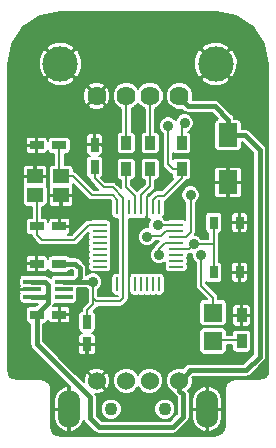
<source format=gtl>
G04 #@! TF.FileFunction,Copper,L1,Top,Signal*
%FSLAX46Y46*%
G04 Gerber Fmt 4.6, Leading zero omitted, Abs format (unit mm)*
G04 Created by KiCad (PCBNEW (2014-12-10 BZR 5319)-product) date 2015年02月02日 11時42分02秒*
%MOMM*%
G01*
G04 APERTURE LIST*
%ADD10C,0.100000*%
%ADD11R,0.750000X1.200000*%
%ADD12R,1.600000X2.000000*%
%ADD13R,1.200000X0.750000*%
%ADD14R,1.600000X1.600000*%
%ADD15C,1.524000*%
%ADD16C,1.100000*%
%ADD17O,1.900000X3.200000*%
%ADD18R,0.900000X1.200000*%
%ADD19R,0.700000X1.100000*%
%ADD20R,0.280000X1.200000*%
%ADD21R,1.200000X0.280000*%
%ADD22R,1.501140X0.398780*%
%ADD23R,1.400000X1.200000*%
%ADD24C,1.620000*%
%ADD25C,3.000000*%
%ADD26C,0.889000*%
%ADD27C,0.200000*%
%ADD28C,0.152400*%
%ADD29C,0.400000*%
G04 APERTURE END LIST*
D10*
D11*
X7112000Y-26609000D03*
X7112000Y-28509000D03*
D12*
X19050000Y-10827000D03*
X19050000Y-14827000D03*
D11*
X7747000Y-13523000D03*
X7747000Y-11623000D03*
D13*
X2860000Y-18542000D03*
X4760000Y-18542000D03*
X4760000Y-11684000D03*
X2860000Y-11684000D03*
X2860000Y-26035000D03*
X4760000Y-26035000D03*
X4760000Y-21717000D03*
X2860000Y-21717000D03*
D14*
X17780000Y-25851000D03*
X17780000Y-28251000D03*
D15*
X12430000Y-31623000D03*
X10430000Y-31623000D03*
X7930000Y-31623000D03*
X14930000Y-31623000D03*
D16*
X9180000Y-34023000D03*
X13680000Y-34023000D03*
D17*
X5580000Y-34023000D03*
X17280000Y-34023000D03*
D18*
X20193000Y-28278000D03*
X20193000Y-26078000D03*
X10414000Y-11473000D03*
X10414000Y-13673000D03*
X12446000Y-11473000D03*
X12446000Y-13673000D03*
X15113000Y-11473000D03*
X15113000Y-13673000D03*
D19*
X17823000Y-22420000D03*
X17823000Y-18220000D03*
X20023000Y-18220000D03*
X20023000Y-22420000D03*
D20*
X9680000Y-23443000D03*
X10180000Y-23443000D03*
X10680000Y-23443000D03*
X11180000Y-23443000D03*
X11680000Y-23443000D03*
X12180000Y-23443000D03*
X12680000Y-23443000D03*
X13180000Y-23443000D03*
D21*
X14680000Y-21943000D03*
X14680000Y-21443000D03*
X14680000Y-20943000D03*
X14680000Y-20443000D03*
X14680000Y-19943000D03*
X14680000Y-19443000D03*
X14680000Y-18943000D03*
X14680000Y-18443000D03*
D20*
X13180000Y-16943000D03*
X12680000Y-16943000D03*
X12180000Y-16943000D03*
X11680000Y-16943000D03*
X11180000Y-16943000D03*
X10680000Y-16943000D03*
X10180000Y-16943000D03*
X9680000Y-16943000D03*
D21*
X8180000Y-18443000D03*
X8180000Y-18943000D03*
X8180000Y-19443000D03*
X8180000Y-19943000D03*
X8180000Y-20443000D03*
X8180000Y-20943000D03*
X8180000Y-21443000D03*
X8180000Y-21943000D03*
D22*
X2479040Y-23225760D03*
X2479040Y-23876000D03*
X2479040Y-24526240D03*
X5140960Y-24526240D03*
X5140960Y-23876000D03*
X5140960Y-23225760D03*
D23*
X2710000Y-15913000D03*
X4910000Y-15913000D03*
X2710000Y-14313000D03*
X4910000Y-14313000D03*
D24*
X7930000Y-7493000D03*
X10430000Y-7493000D03*
X12430000Y-7493000D03*
X14930000Y-7493000D03*
D25*
X4860000Y-4783000D03*
X18000000Y-4783000D03*
D26*
X13779500Y-25590500D03*
X13652500Y-30226000D03*
X17208500Y-14414500D03*
X13716000Y-14541500D03*
X9017000Y-13843000D03*
X11430000Y-9271000D03*
X11430000Y-14859000D03*
X15367000Y-9779000D03*
X7620000Y-23241000D03*
X16764000Y-20955000D03*
X16129000Y-20066000D03*
X15875000Y-15875000D03*
X13208000Y-20955000D03*
X13081000Y-18415000D03*
X12192000Y-19431000D03*
X13970000Y-10033000D03*
D27*
X12180000Y-16943000D02*
X12180000Y-16077500D01*
X12180000Y-16077500D02*
X13716000Y-14541500D01*
D28*
X11430000Y-9271000D02*
X11430000Y-12446000D01*
X11430000Y-12446000D02*
X11303000Y-12573000D01*
X7747000Y-11623000D02*
X8321000Y-11623000D01*
X11430000Y-12700000D02*
X11430000Y-14859000D01*
X11303000Y-12573000D02*
X11430000Y-12700000D01*
X9271000Y-12573000D02*
X11303000Y-12573000D01*
X8321000Y-11623000D02*
X9271000Y-12573000D01*
D27*
X7930000Y-31623000D02*
X7930000Y-31313000D01*
D29*
X14930000Y-7493000D02*
X14930000Y-7691000D01*
X14930000Y-7691000D02*
X15621000Y-8382000D01*
X17907000Y-8382000D02*
X19050000Y-9525000D01*
X15621000Y-8382000D02*
X17907000Y-8382000D01*
X19050000Y-10827000D02*
X19050000Y-9525000D01*
X19050000Y-10827000D02*
X19050000Y-10827000D01*
X20574000Y-30734000D02*
X15819000Y-30734000D01*
X20479000Y-10827000D02*
X21717000Y-12065000D01*
X21717000Y-29591000D02*
X21717000Y-12065000D01*
X20574000Y-30734000D02*
X21717000Y-29591000D01*
X15621000Y-30932000D02*
X14930000Y-31623000D01*
X15819000Y-30734000D02*
X15621000Y-30932000D01*
X19050000Y-10827000D02*
X20479000Y-10827000D01*
X14930000Y-31623000D02*
X14930000Y-31679000D01*
X3540760Y-23225760D02*
X3810000Y-23495000D01*
X3810000Y-23495000D02*
X3810000Y-24257000D01*
X3810000Y-24257000D02*
X3540760Y-24526240D01*
X3540760Y-24526240D02*
X2479040Y-24526240D01*
X2479040Y-23225760D02*
X3540760Y-23225760D01*
X3810000Y-25019000D02*
X3810000Y-24257000D01*
X2860000Y-25969000D02*
X3810000Y-25019000D01*
X2860000Y-26035000D02*
X2860000Y-25969000D01*
X7366000Y-34798000D02*
X7366000Y-33020000D01*
X2860000Y-26035000D02*
X2860000Y-28514000D01*
X2860000Y-28514000D02*
X7366000Y-33020000D01*
X14930000Y-31623000D02*
X14930000Y-32456000D01*
X14930000Y-32456000D02*
X15240000Y-32766000D01*
X15240000Y-32766000D02*
X15240000Y-34671000D01*
X15240000Y-34671000D02*
X14351000Y-35560000D01*
X14351000Y-35560000D02*
X8128000Y-35560000D01*
X8128000Y-35560000D02*
X7366000Y-34798000D01*
D27*
X15113000Y-11473000D02*
X15113000Y-10033000D01*
X15113000Y-10033000D02*
X15367000Y-9779000D01*
X7747000Y-14478000D02*
X7747000Y-13523000D01*
X8509000Y-15240000D02*
X7747000Y-14478000D01*
X9271000Y-15240000D02*
X8509000Y-15240000D01*
X10180000Y-16149000D02*
X9271000Y-15240000D01*
X10180000Y-16943000D02*
X10180000Y-16149000D01*
X7112000Y-26609000D02*
X7112000Y-25654000D01*
X7112000Y-25654000D02*
X7620000Y-25146000D01*
X7620000Y-25146000D02*
X7620000Y-24638000D01*
X7620000Y-23241000D02*
X7620000Y-24638000D01*
X7620000Y-24638000D02*
X7874000Y-24892000D01*
X10180000Y-23443000D02*
X10180000Y-24618000D01*
X9906000Y-24892000D02*
X7874000Y-24892000D01*
X10180000Y-24618000D02*
X9906000Y-24892000D01*
D29*
X7604760Y-23225760D02*
X7620000Y-23225760D01*
X7620000Y-23225760D02*
X6334760Y-23225760D01*
X7620000Y-23241000D02*
X7604760Y-23225760D01*
X6334760Y-23225760D02*
X5140960Y-23225760D01*
D27*
X10180000Y-22459000D02*
X10180000Y-22225000D01*
X10180000Y-23443000D02*
X10180000Y-22459000D01*
D29*
X6477000Y-22098000D02*
X6096000Y-21717000D01*
X6477000Y-22860000D02*
X6477000Y-22098000D01*
X6111240Y-23225760D02*
X6477000Y-22860000D01*
X6096000Y-21717000D02*
X4760000Y-21717000D01*
X5140960Y-23225760D02*
X6111240Y-23225760D01*
D27*
X10180000Y-17907000D02*
X10180000Y-16943000D01*
X10180000Y-22225000D02*
X10180000Y-17907000D01*
X17780000Y-25951000D02*
X17780000Y-24574500D01*
X16764000Y-23558500D02*
X16764000Y-20955000D01*
X17780000Y-24574500D02*
X16764000Y-23558500D01*
X17780000Y-28151000D02*
X20066000Y-28151000D01*
X20066000Y-28151000D02*
X20193000Y-28278000D01*
X10430000Y-7493000D02*
X10430000Y-11457000D01*
X10430000Y-11457000D02*
X10414000Y-11473000D01*
X12430000Y-7493000D02*
X12430000Y-11457000D01*
X12430000Y-11457000D02*
X12446000Y-11473000D01*
X17823000Y-20066000D02*
X16129000Y-20066000D01*
X17823000Y-18220000D02*
X17823000Y-20066000D01*
X17823000Y-20066000D02*
X17823000Y-22420000D01*
X15752000Y-20443000D02*
X16129000Y-20066000D01*
X14680000Y-20443000D02*
X15752000Y-20443000D01*
X14680000Y-19443000D02*
X15482000Y-19443000D01*
X15875000Y-19050000D02*
X15482000Y-19443000D01*
X15875000Y-15875000D02*
X15875000Y-19050000D01*
X13712000Y-19943000D02*
X13208000Y-20447000D01*
X13208000Y-20447000D02*
X13208000Y-20955000D01*
X14680000Y-19943000D02*
X13712000Y-19943000D01*
X13081000Y-18415000D02*
X13109000Y-18443000D01*
X13109000Y-18443000D02*
X14680000Y-18443000D01*
X13823000Y-18943000D02*
X13398500Y-19367500D01*
X14680000Y-18943000D02*
X13823000Y-18943000D01*
X12192000Y-19431000D02*
X12255500Y-19367500D01*
X12255500Y-19367500D02*
X13398500Y-19367500D01*
X2860000Y-16063000D02*
X2710000Y-15913000D01*
X2860000Y-16830000D02*
X2860000Y-16063000D01*
X2860000Y-18542000D02*
X2860000Y-16830000D01*
X8180000Y-18443000D02*
X7267000Y-18443000D01*
X2860000Y-19243000D02*
X3302000Y-19685000D01*
X3302000Y-19685000D02*
X6025000Y-19685000D01*
X6025000Y-19685000D02*
X7267000Y-18443000D01*
X2860000Y-18542000D02*
X2860000Y-19243000D01*
X9680000Y-16284000D02*
X9271000Y-15875000D01*
X9271000Y-15875000D02*
X7493000Y-15875000D01*
X7493000Y-15875000D02*
X6350000Y-14732000D01*
X6350000Y-14732000D02*
X6350000Y-14732000D01*
X6350000Y-14732000D02*
X5931000Y-14313000D01*
X5931000Y-14313000D02*
X4910000Y-14313000D01*
X9680000Y-16943000D02*
X9680000Y-16284000D01*
X4760000Y-14163000D02*
X4910000Y-14313000D01*
X4760000Y-11684000D02*
X4760000Y-14163000D01*
X10414000Y-13673000D02*
X10414000Y-15240000D01*
X11180000Y-16006000D02*
X11180000Y-16943000D01*
X10414000Y-15240000D02*
X11180000Y-16006000D01*
X11680000Y-16943000D02*
X11680000Y-15879000D01*
X12446000Y-15113000D02*
X12446000Y-13673000D01*
X11680000Y-15879000D02*
X12446000Y-15113000D01*
X15113000Y-13673000D02*
X14371500Y-13673000D01*
X13970000Y-13271500D02*
X13970000Y-10033000D01*
X14371500Y-13673000D02*
X13970000Y-13271500D01*
X15113000Y-13673000D02*
X15113000Y-14478000D01*
X12680000Y-16276000D02*
X12680000Y-16943000D01*
X13017500Y-15938500D02*
X12680000Y-16276000D01*
X13652500Y-15938500D02*
X13017500Y-15938500D01*
X15113000Y-14478000D02*
X13652500Y-15938500D01*
G36*
X22460000Y-30694603D02*
X22396202Y-31015334D01*
X22267000Y-31208697D01*
X22267000Y-29591000D01*
X22267000Y-12065000D01*
X22225134Y-11854524D01*
X22105909Y-11676091D01*
X22105905Y-11676088D01*
X20867909Y-10438091D01*
X20689476Y-10318866D01*
X20479000Y-10277000D01*
X20206857Y-10277000D01*
X20206857Y-9827000D01*
X20180964Y-9693546D01*
X20103914Y-9576253D01*
X19987597Y-9497737D01*
X19854545Y-9471054D01*
X19854545Y-4438647D01*
X19581598Y-3755155D01*
X19554856Y-3715134D01*
X19306768Y-3546943D01*
X19236057Y-3617654D01*
X19236057Y-3476232D01*
X19067866Y-3228144D01*
X18391563Y-2937845D01*
X17655647Y-2928455D01*
X16972155Y-3201402D01*
X16932134Y-3228144D01*
X16763943Y-3476232D01*
X18000000Y-4712289D01*
X19236057Y-3476232D01*
X19236057Y-3617654D01*
X18070711Y-4783000D01*
X19306768Y-6019057D01*
X19554856Y-5850866D01*
X19845155Y-5174563D01*
X19854545Y-4438647D01*
X19854545Y-9471054D01*
X19850000Y-9470143D01*
X19589088Y-9470143D01*
X19558134Y-9314524D01*
X19438909Y-9136091D01*
X19236057Y-8933239D01*
X19236057Y-6089768D01*
X18000000Y-4853711D01*
X17929289Y-4924422D01*
X17929289Y-4783000D01*
X16693232Y-3546943D01*
X16445144Y-3715134D01*
X16154845Y-4391437D01*
X16145455Y-5127353D01*
X16418402Y-5810845D01*
X16445144Y-5850866D01*
X16693232Y-6019057D01*
X17929289Y-4783000D01*
X17929289Y-4924422D01*
X16763943Y-6089768D01*
X16932134Y-6337856D01*
X17608437Y-6628155D01*
X18344353Y-6637545D01*
X19027845Y-6364598D01*
X19067866Y-6337856D01*
X19236057Y-6089768D01*
X19236057Y-8933239D01*
X18295909Y-7993091D01*
X18117476Y-7873866D01*
X17907000Y-7832000D01*
X16045264Y-7832000D01*
X16089798Y-7724751D01*
X16090201Y-7263274D01*
X15913974Y-6836771D01*
X15587945Y-6510173D01*
X15161751Y-6333202D01*
X14700274Y-6332799D01*
X14273771Y-6509026D01*
X13947173Y-6835055D01*
X13770202Y-7261249D01*
X13769799Y-7722726D01*
X13946026Y-8149229D01*
X14272055Y-8475827D01*
X14698249Y-8652798D01*
X15114344Y-8653161D01*
X15232088Y-8770905D01*
X15232091Y-8770909D01*
X15232092Y-8770909D01*
X15410524Y-8890134D01*
X15621000Y-8932001D01*
X15621000Y-8932000D01*
X15621005Y-8932000D01*
X17679182Y-8932000D01*
X18222634Y-9475452D01*
X18116546Y-9496036D01*
X17999253Y-9573086D01*
X17920737Y-9689403D01*
X17893143Y-9827000D01*
X17893143Y-11827000D01*
X17919036Y-11960454D01*
X17996086Y-12077747D01*
X18112403Y-12156263D01*
X18250000Y-12183857D01*
X19850000Y-12183857D01*
X19983454Y-12157964D01*
X20100747Y-12080914D01*
X20179263Y-11964597D01*
X20206857Y-11827000D01*
X20206857Y-11377000D01*
X20251182Y-11377000D01*
X21167000Y-12292817D01*
X21167000Y-29363182D01*
X20999857Y-29530325D01*
X20999857Y-28878000D01*
X20999857Y-27678000D01*
X20993000Y-27642658D01*
X20993000Y-26747619D01*
X20993000Y-26215500D01*
X20993000Y-25940500D01*
X20993000Y-25408381D01*
X20939716Y-25279741D01*
X20841259Y-25181285D01*
X20723000Y-25132299D01*
X20723000Y-23039619D01*
X20723000Y-22557500D01*
X20723000Y-22282500D01*
X20723000Y-21800381D01*
X20723000Y-18839619D01*
X20723000Y-18357500D01*
X20723000Y-18082500D01*
X20723000Y-17600381D01*
X20669716Y-17471741D01*
X20571259Y-17373285D01*
X20442620Y-17320000D01*
X20303381Y-17320000D01*
X20200000Y-17320000D01*
X20200000Y-15896619D01*
X20200000Y-14964500D01*
X20200000Y-14689500D01*
X20200000Y-13757381D01*
X20146716Y-13628741D01*
X20048259Y-13530285D01*
X19919620Y-13477000D01*
X19780381Y-13477000D01*
X19187500Y-13477000D01*
X19100000Y-13564500D01*
X19100000Y-14777000D01*
X20112500Y-14777000D01*
X20200000Y-14689500D01*
X20200000Y-14964500D01*
X20112500Y-14877000D01*
X19100000Y-14877000D01*
X19100000Y-16089500D01*
X19187500Y-16177000D01*
X19780381Y-16177000D01*
X19919620Y-16177000D01*
X20048259Y-16123715D01*
X20146716Y-16025259D01*
X20200000Y-15896619D01*
X20200000Y-17320000D01*
X20160500Y-17320000D01*
X20073000Y-17407500D01*
X20073000Y-18170000D01*
X20635500Y-18170000D01*
X20723000Y-18082500D01*
X20723000Y-18357500D01*
X20635500Y-18270000D01*
X20073000Y-18270000D01*
X20073000Y-19032500D01*
X20160500Y-19120000D01*
X20303381Y-19120000D01*
X20442620Y-19120000D01*
X20571259Y-19066715D01*
X20669716Y-18968259D01*
X20723000Y-18839619D01*
X20723000Y-21800381D01*
X20669716Y-21671741D01*
X20571259Y-21573285D01*
X20442620Y-21520000D01*
X20303381Y-21520000D01*
X20160500Y-21520000D01*
X20073000Y-21607500D01*
X20073000Y-22370000D01*
X20635500Y-22370000D01*
X20723000Y-22282500D01*
X20723000Y-22557500D01*
X20635500Y-22470000D01*
X20073000Y-22470000D01*
X20073000Y-23232500D01*
X20160500Y-23320000D01*
X20303381Y-23320000D01*
X20442620Y-23320000D01*
X20571259Y-23266715D01*
X20669716Y-23168259D01*
X20723000Y-23039619D01*
X20723000Y-25132299D01*
X20712620Y-25128000D01*
X20573381Y-25128000D01*
X20330500Y-25128000D01*
X20243000Y-25215500D01*
X20243000Y-26028000D01*
X20905500Y-26028000D01*
X20993000Y-25940500D01*
X20993000Y-26215500D01*
X20905500Y-26128000D01*
X20243000Y-26128000D01*
X20243000Y-26940500D01*
X20330500Y-27028000D01*
X20573381Y-27028000D01*
X20712620Y-27028000D01*
X20841259Y-26974715D01*
X20939716Y-26876259D01*
X20993000Y-26747619D01*
X20993000Y-27642658D01*
X20973964Y-27544546D01*
X20896914Y-27427253D01*
X20780597Y-27348737D01*
X20643000Y-27321143D01*
X20143000Y-27321143D01*
X20143000Y-26940500D01*
X20143000Y-26128000D01*
X20143000Y-26028000D01*
X20143000Y-25215500D01*
X20055500Y-25128000D01*
X19973000Y-25128000D01*
X19973000Y-23232500D01*
X19973000Y-22470000D01*
X19973000Y-22370000D01*
X19973000Y-21607500D01*
X19973000Y-19032500D01*
X19973000Y-18270000D01*
X19973000Y-18170000D01*
X19973000Y-17407500D01*
X19885500Y-17320000D01*
X19742619Y-17320000D01*
X19603380Y-17320000D01*
X19474741Y-17373285D01*
X19376284Y-17471741D01*
X19323000Y-17600381D01*
X19323000Y-18082500D01*
X19410500Y-18170000D01*
X19973000Y-18170000D01*
X19973000Y-18270000D01*
X19410500Y-18270000D01*
X19323000Y-18357500D01*
X19323000Y-18839619D01*
X19376284Y-18968259D01*
X19474741Y-19066715D01*
X19603380Y-19120000D01*
X19742619Y-19120000D01*
X19885500Y-19120000D01*
X19973000Y-19032500D01*
X19973000Y-21607500D01*
X19885500Y-21520000D01*
X19742619Y-21520000D01*
X19603380Y-21520000D01*
X19474741Y-21573285D01*
X19376284Y-21671741D01*
X19323000Y-21800381D01*
X19323000Y-22282500D01*
X19410500Y-22370000D01*
X19973000Y-22370000D01*
X19973000Y-22470000D01*
X19410500Y-22470000D01*
X19323000Y-22557500D01*
X19323000Y-23039619D01*
X19376284Y-23168259D01*
X19474741Y-23266715D01*
X19603380Y-23320000D01*
X19742619Y-23320000D01*
X19885500Y-23320000D01*
X19973000Y-23232500D01*
X19973000Y-25128000D01*
X19812619Y-25128000D01*
X19673380Y-25128000D01*
X19544741Y-25181285D01*
X19446284Y-25279741D01*
X19393000Y-25408381D01*
X19393000Y-25940500D01*
X19480500Y-26028000D01*
X20143000Y-26028000D01*
X20143000Y-26128000D01*
X19480500Y-26128000D01*
X19393000Y-26215500D01*
X19393000Y-26747619D01*
X19446284Y-26876259D01*
X19544741Y-26974715D01*
X19673380Y-27028000D01*
X19812619Y-27028000D01*
X20055500Y-27028000D01*
X20143000Y-26940500D01*
X20143000Y-27321143D01*
X19743000Y-27321143D01*
X19609546Y-27347036D01*
X19492253Y-27424086D01*
X19413737Y-27540403D01*
X19386143Y-27678000D01*
X19386143Y-27701000D01*
X19000000Y-27701000D01*
X19000000Y-16089500D01*
X19000000Y-14877000D01*
X19000000Y-14777000D01*
X19000000Y-13564500D01*
X18912500Y-13477000D01*
X18319619Y-13477000D01*
X18180380Y-13477000D01*
X18051741Y-13530285D01*
X17953284Y-13628741D01*
X17900000Y-13757381D01*
X17900000Y-14689500D01*
X17987500Y-14777000D01*
X19000000Y-14777000D01*
X19000000Y-14877000D01*
X17987500Y-14877000D01*
X17900000Y-14964500D01*
X17900000Y-15896619D01*
X17953284Y-16025259D01*
X18051741Y-16123715D01*
X18180380Y-16177000D01*
X18319619Y-16177000D01*
X18912500Y-16177000D01*
X19000000Y-16089500D01*
X19000000Y-27701000D01*
X18936857Y-27701000D01*
X18936857Y-27451000D01*
X18910964Y-27317546D01*
X18833914Y-27200253D01*
X18717597Y-27121737D01*
X18580000Y-27094143D01*
X16980000Y-27094143D01*
X16846546Y-27120036D01*
X16729253Y-27197086D01*
X16650737Y-27313403D01*
X16623143Y-27451000D01*
X16623143Y-29051000D01*
X16649036Y-29184454D01*
X16726086Y-29301747D01*
X16842403Y-29380263D01*
X16980000Y-29407857D01*
X18580000Y-29407857D01*
X18713454Y-29381964D01*
X18830747Y-29304914D01*
X18909263Y-29188597D01*
X18936857Y-29051000D01*
X18936857Y-28601000D01*
X19386143Y-28601000D01*
X19386143Y-28878000D01*
X19412036Y-29011454D01*
X19489086Y-29128747D01*
X19605403Y-29207263D01*
X19743000Y-29234857D01*
X20643000Y-29234857D01*
X20776454Y-29208964D01*
X20893747Y-29131914D01*
X20972263Y-29015597D01*
X20999857Y-28878000D01*
X20999857Y-29530325D01*
X20346182Y-30184000D01*
X15819000Y-30184000D01*
X15608524Y-30225866D01*
X15430091Y-30345091D01*
X15232091Y-30543091D01*
X15232088Y-30543094D01*
X15231178Y-30544004D01*
X15152161Y-30511194D01*
X14709780Y-30510808D01*
X14300926Y-30679743D01*
X13987842Y-30992280D01*
X13818194Y-31400839D01*
X13817808Y-31843220D01*
X13986743Y-32252074D01*
X14299280Y-32565158D01*
X14410934Y-32611521D01*
X14421866Y-32666476D01*
X14541091Y-32844909D01*
X14690000Y-32993818D01*
X14690000Y-34443182D01*
X14580156Y-34553026D01*
X14580156Y-33844764D01*
X14443428Y-33513857D01*
X14190475Y-33260462D01*
X13859806Y-33123157D01*
X13676857Y-33122997D01*
X13676857Y-24043000D01*
X13676857Y-22843000D01*
X13650964Y-22709546D01*
X13573914Y-22592253D01*
X13457597Y-22513737D01*
X13320000Y-22486143D01*
X13040000Y-22486143D01*
X12928182Y-22507838D01*
X12820000Y-22486143D01*
X12540000Y-22486143D01*
X12428182Y-22507838D01*
X12320000Y-22486143D01*
X12040000Y-22486143D01*
X11928182Y-22507838D01*
X11820000Y-22486143D01*
X11540000Y-22486143D01*
X11428182Y-22507838D01*
X11320000Y-22486143D01*
X11040000Y-22486143D01*
X10926315Y-22508200D01*
X10889620Y-22493000D01*
X10817500Y-22493000D01*
X10730000Y-22580500D01*
X10730000Y-22676865D01*
X10710737Y-22705403D01*
X10683143Y-22843000D01*
X10683143Y-24043000D01*
X10709036Y-24176454D01*
X10730000Y-24208367D01*
X10730000Y-24305500D01*
X10817500Y-24393000D01*
X10889620Y-24393000D01*
X10927521Y-24377300D01*
X11040000Y-24399857D01*
X11320000Y-24399857D01*
X11431817Y-24378161D01*
X11540000Y-24399857D01*
X11820000Y-24399857D01*
X11931817Y-24378161D01*
X12040000Y-24399857D01*
X12320000Y-24399857D01*
X12431817Y-24378161D01*
X12540000Y-24399857D01*
X12820000Y-24399857D01*
X12931817Y-24378161D01*
X13040000Y-24399857D01*
X13320000Y-24399857D01*
X13453454Y-24373964D01*
X13570747Y-24296914D01*
X13649263Y-24180597D01*
X13676857Y-24043000D01*
X13676857Y-33122997D01*
X13542192Y-33122879D01*
X13542192Y-31402780D01*
X13373257Y-30993926D01*
X13060720Y-30680842D01*
X12652161Y-30511194D01*
X12209780Y-30510808D01*
X11800926Y-30679743D01*
X11487842Y-30992280D01*
X11430067Y-31131417D01*
X11373257Y-30993926D01*
X11060720Y-30680842D01*
X10652161Y-30511194D01*
X10209780Y-30510808D01*
X9800926Y-30679743D01*
X9487842Y-30992280D01*
X9318194Y-31400839D01*
X9317808Y-31843220D01*
X9486743Y-32252074D01*
X9799280Y-32565158D01*
X10207839Y-32734806D01*
X10650220Y-32735192D01*
X11059074Y-32566257D01*
X11372158Y-32253720D01*
X11429932Y-32114582D01*
X11486743Y-32252074D01*
X11799280Y-32565158D01*
X12207839Y-32734806D01*
X12650220Y-32735192D01*
X13059074Y-32566257D01*
X13372158Y-32253720D01*
X13541806Y-31845161D01*
X13542192Y-31402780D01*
X13542192Y-33122879D01*
X13501764Y-33122844D01*
X13170857Y-33259572D01*
X12917462Y-33512525D01*
X12780157Y-33843194D01*
X12779844Y-34201236D01*
X12916572Y-34532143D01*
X13169525Y-34785538D01*
X13500194Y-34922843D01*
X13858236Y-34923156D01*
X14189143Y-34786428D01*
X14442538Y-34533475D01*
X14579843Y-34202806D01*
X14580156Y-33844764D01*
X14580156Y-34553026D01*
X14123182Y-35010000D01*
X10080156Y-35010000D01*
X10080156Y-33844764D01*
X9943428Y-33513857D01*
X9690475Y-33260462D01*
X9359806Y-33123157D01*
X9043058Y-33122880D01*
X9043058Y-31838801D01*
X9040915Y-31396425D01*
X8875748Y-30997677D01*
X8704346Y-30919365D01*
X8633635Y-30990076D01*
X8633635Y-30848654D01*
X8555323Y-30677252D01*
X8145801Y-30509942D01*
X7837000Y-30511437D01*
X7837000Y-29178619D01*
X7837000Y-28646500D01*
X7749500Y-28559000D01*
X7162000Y-28559000D01*
X7162000Y-29371500D01*
X7249500Y-29459000D01*
X7417381Y-29459000D01*
X7556620Y-29459000D01*
X7685259Y-29405715D01*
X7783716Y-29307259D01*
X7837000Y-29178619D01*
X7837000Y-30511437D01*
X7703425Y-30512085D01*
X7304677Y-30677252D01*
X7226365Y-30848654D01*
X7930000Y-31552289D01*
X8633635Y-30848654D01*
X8633635Y-30990076D01*
X8000711Y-31623000D01*
X8704346Y-32326635D01*
X8875748Y-32248323D01*
X9043058Y-31838801D01*
X9043058Y-33122880D01*
X9001764Y-33122844D01*
X8670857Y-33259572D01*
X8417462Y-33512525D01*
X8280157Y-33843194D01*
X8279844Y-34201236D01*
X8416572Y-34532143D01*
X8669525Y-34785538D01*
X9000194Y-34922843D01*
X9358236Y-34923156D01*
X9689143Y-34786428D01*
X9942538Y-34533475D01*
X10079843Y-34202806D01*
X10080156Y-33844764D01*
X10080156Y-35010000D01*
X8355818Y-35010000D01*
X7916000Y-34570182D01*
X7916000Y-33020000D01*
X7874134Y-32809524D01*
X7824688Y-32735522D01*
X8156575Y-32733915D01*
X8555323Y-32568748D01*
X8633635Y-32397346D01*
X7930000Y-31693711D01*
X7915857Y-31707852D01*
X7845146Y-31637141D01*
X7859289Y-31623000D01*
X7155654Y-30919365D01*
X7062000Y-30962154D01*
X7062000Y-29371500D01*
X7062000Y-28559000D01*
X6474500Y-28559000D01*
X6387000Y-28646500D01*
X6387000Y-29178619D01*
X6440284Y-29307259D01*
X6538741Y-29405715D01*
X6667380Y-29459000D01*
X6806619Y-29459000D01*
X6974500Y-29459000D01*
X7062000Y-29371500D01*
X7062000Y-30962154D01*
X6984252Y-30997677D01*
X6816942Y-31407199D01*
X6818333Y-31694515D01*
X5710000Y-30586182D01*
X5710000Y-26479620D01*
X5710000Y-26340381D01*
X5710000Y-26172500D01*
X5710000Y-25897500D01*
X5710000Y-25729619D01*
X5710000Y-25590380D01*
X5656715Y-25461741D01*
X5558259Y-25363284D01*
X5429619Y-25310000D01*
X4897500Y-25310000D01*
X4810000Y-25397500D01*
X4810000Y-25985000D01*
X5622500Y-25985000D01*
X5710000Y-25897500D01*
X5710000Y-26172500D01*
X5622500Y-26085000D01*
X4810000Y-26085000D01*
X4810000Y-26672500D01*
X4897500Y-26760000D01*
X5429619Y-26760000D01*
X5558259Y-26706716D01*
X5656715Y-26608259D01*
X5710000Y-26479620D01*
X5710000Y-30586182D01*
X3410000Y-28286182D01*
X3410000Y-26766857D01*
X3460000Y-26766857D01*
X3593454Y-26740964D01*
X3710747Y-26663914D01*
X3789263Y-26547597D01*
X3810000Y-26444192D01*
X3810000Y-26479620D01*
X3863285Y-26608259D01*
X3961741Y-26706716D01*
X4090381Y-26760000D01*
X4622500Y-26760000D01*
X4710000Y-26672500D01*
X4710000Y-26085000D01*
X4690000Y-26085000D01*
X4690000Y-25985000D01*
X4710000Y-25985000D01*
X4710000Y-25397500D01*
X4622500Y-25310000D01*
X4264329Y-25310000D01*
X4318134Y-25229476D01*
X4349021Y-25074190D01*
X4390390Y-25082487D01*
X5891530Y-25082487D01*
X6024984Y-25056594D01*
X6142277Y-24979544D01*
X6220793Y-24863227D01*
X6248387Y-24725630D01*
X6248387Y-24326850D01*
X6223589Y-24199042D01*
X6248387Y-24075390D01*
X6248387Y-23775760D01*
X6334760Y-23775760D01*
X7031214Y-23775760D01*
X7169364Y-23914151D01*
X7170000Y-23914415D01*
X7170000Y-24638000D01*
X7170000Y-24959604D01*
X6793802Y-25335802D01*
X6696254Y-25481792D01*
X6662000Y-25654000D01*
X6662000Y-25666694D01*
X6603546Y-25678036D01*
X6486253Y-25755086D01*
X6407737Y-25871403D01*
X6380143Y-26009000D01*
X6380143Y-27209000D01*
X6406036Y-27342454D01*
X6483086Y-27459747D01*
X6599403Y-27538263D01*
X6702807Y-27559000D01*
X6667380Y-27559000D01*
X6538741Y-27612285D01*
X6440284Y-27710741D01*
X6387000Y-27839381D01*
X6387000Y-28371500D01*
X6474500Y-28459000D01*
X7062000Y-28459000D01*
X7062000Y-28439000D01*
X7162000Y-28439000D01*
X7162000Y-28459000D01*
X7749500Y-28459000D01*
X7837000Y-28371500D01*
X7837000Y-27839381D01*
X7783716Y-27710741D01*
X7685259Y-27612285D01*
X7556620Y-27559000D01*
X7522341Y-27559000D01*
X7620454Y-27539964D01*
X7737747Y-27462914D01*
X7816263Y-27346597D01*
X7843857Y-27209000D01*
X7843857Y-26009000D01*
X7817964Y-25875546D01*
X7740914Y-25758253D01*
X7683140Y-25719255D01*
X7938198Y-25464198D01*
X8019848Y-25342000D01*
X9906000Y-25342000D01*
X10078207Y-25307746D01*
X10078208Y-25307746D01*
X10224198Y-25210198D01*
X10498198Y-24936198D01*
X10595746Y-24790208D01*
X10595747Y-24790207D01*
X10630000Y-24618000D01*
X10630000Y-24305500D01*
X10630000Y-24209134D01*
X10649263Y-24180597D01*
X10676857Y-24043000D01*
X10676857Y-22843000D01*
X10650964Y-22709546D01*
X10630000Y-22677632D01*
X10630000Y-22580500D01*
X10630000Y-22459000D01*
X10630000Y-22225000D01*
X10630000Y-17907000D01*
X10630000Y-17899857D01*
X10820000Y-17899857D01*
X10931817Y-17878161D01*
X11040000Y-17899857D01*
X11320000Y-17899857D01*
X11431817Y-17878161D01*
X11540000Y-17899857D01*
X11820000Y-17899857D01*
X11933684Y-17877799D01*
X11970380Y-17893000D01*
X12042500Y-17893000D01*
X12130000Y-17805500D01*
X12130000Y-17709134D01*
X12149263Y-17680597D01*
X12176857Y-17543000D01*
X12176857Y-16873000D01*
X12183143Y-16873000D01*
X12183143Y-17543000D01*
X12209036Y-17676454D01*
X12230000Y-17708367D01*
X12230000Y-17805500D01*
X12317500Y-17893000D01*
X12389620Y-17893000D01*
X12427521Y-17877300D01*
X12483765Y-17888579D01*
X12407849Y-17964364D01*
X12286638Y-18256271D01*
X12286363Y-18572342D01*
X12312915Y-18636605D01*
X12034658Y-18636363D01*
X11742540Y-18757063D01*
X11518849Y-18980364D01*
X11397638Y-19272271D01*
X11397363Y-19588342D01*
X11518063Y-19880460D01*
X11741364Y-20104151D01*
X12033271Y-20225362D01*
X12349342Y-20225637D01*
X12641460Y-20104937D01*
X12865151Y-19881636D01*
X12891782Y-19817500D01*
X13201104Y-19817500D01*
X12889802Y-20128802D01*
X12799324Y-20264211D01*
X12799323Y-20264211D01*
X12758540Y-20281063D01*
X12534849Y-20504364D01*
X12413638Y-20796271D01*
X12413363Y-21112342D01*
X12534063Y-21404460D01*
X12757364Y-21628151D01*
X13049271Y-21749362D01*
X13365342Y-21749637D01*
X13657460Y-21628937D01*
X13723143Y-21563368D01*
X13723143Y-21583000D01*
X13744838Y-21694817D01*
X13723143Y-21803000D01*
X13723143Y-22083000D01*
X13749036Y-22216454D01*
X13826086Y-22333747D01*
X13942403Y-22412263D01*
X14080000Y-22439857D01*
X15280000Y-22439857D01*
X15413454Y-22413964D01*
X15530747Y-22336914D01*
X15609263Y-22220597D01*
X15636857Y-22083000D01*
X15636857Y-21803000D01*
X15615161Y-21691182D01*
X15636857Y-21583000D01*
X15636857Y-21303000D01*
X15615161Y-21191182D01*
X15636857Y-21083000D01*
X15636857Y-20893000D01*
X15752000Y-20893000D01*
X15924207Y-20858746D01*
X15924208Y-20858746D01*
X15940370Y-20847946D01*
X15969582Y-20860076D01*
X15969363Y-21112342D01*
X16090063Y-21404460D01*
X16313364Y-21628151D01*
X16314000Y-21628415D01*
X16314000Y-23558500D01*
X16348254Y-23730708D01*
X16445802Y-23876698D01*
X17263247Y-24694143D01*
X16980000Y-24694143D01*
X16846546Y-24720036D01*
X16729253Y-24797086D01*
X16650737Y-24913403D01*
X16623143Y-25051000D01*
X16623143Y-26651000D01*
X16649036Y-26784454D01*
X16726086Y-26901747D01*
X16842403Y-26980263D01*
X16980000Y-27007857D01*
X18580000Y-27007857D01*
X18713454Y-26981964D01*
X18830747Y-26904914D01*
X18909263Y-26788597D01*
X18936857Y-26651000D01*
X18936857Y-25051000D01*
X18910964Y-24917546D01*
X18833914Y-24800253D01*
X18717597Y-24721737D01*
X18580000Y-24694143D01*
X18230000Y-24694143D01*
X18230000Y-24574500D01*
X18195746Y-24402293D01*
X18195746Y-24402292D01*
X18098198Y-24256302D01*
X17214000Y-23372104D01*
X17214000Y-23213004D01*
X17219086Y-23220747D01*
X17335403Y-23299263D01*
X17473000Y-23326857D01*
X18173000Y-23326857D01*
X18306454Y-23300964D01*
X18423747Y-23223914D01*
X18502263Y-23107597D01*
X18529857Y-22970000D01*
X18529857Y-21870000D01*
X18503964Y-21736546D01*
X18426914Y-21619253D01*
X18310597Y-21540737D01*
X18273000Y-21533197D01*
X18273000Y-20066000D01*
X18273000Y-19107454D01*
X18306454Y-19100964D01*
X18423747Y-19023914D01*
X18502263Y-18907597D01*
X18529857Y-18770000D01*
X18529857Y-17670000D01*
X18503964Y-17536546D01*
X18426914Y-17419253D01*
X18310597Y-17340737D01*
X18173000Y-17313143D01*
X17473000Y-17313143D01*
X17339546Y-17339036D01*
X17222253Y-17416086D01*
X17143737Y-17532403D01*
X17116143Y-17670000D01*
X17116143Y-18770000D01*
X17142036Y-18903454D01*
X17219086Y-19020747D01*
X17335403Y-19099263D01*
X17373000Y-19106802D01*
X17373000Y-19616000D01*
X16802397Y-19616000D01*
X16579636Y-19392849D01*
X16287729Y-19271638D01*
X16257735Y-19271611D01*
X16290746Y-19222208D01*
X16290746Y-19222207D01*
X16325000Y-19050000D01*
X16325000Y-16548397D01*
X16548151Y-16325636D01*
X16669362Y-16033729D01*
X16669637Y-15717658D01*
X16548937Y-15425540D01*
X16325636Y-15201849D01*
X16033729Y-15080638D01*
X15717658Y-15080363D01*
X15425540Y-15201063D01*
X15201849Y-15424364D01*
X15080638Y-15716271D01*
X15080363Y-16032342D01*
X15201063Y-16324460D01*
X15424364Y-16548151D01*
X15425000Y-16548415D01*
X15425000Y-17978734D01*
X15417597Y-17973737D01*
X15280000Y-17946143D01*
X14080000Y-17946143D01*
X13946546Y-17972036D01*
X13914632Y-17993000D01*
X13766283Y-17993000D01*
X13754937Y-17965540D01*
X13577144Y-17787436D01*
X13649263Y-17680597D01*
X13676857Y-17543000D01*
X13676857Y-16383655D01*
X13824707Y-16354246D01*
X13824708Y-16354246D01*
X13970698Y-16256698D01*
X15431198Y-14796198D01*
X15528746Y-14650208D01*
X15528746Y-14650207D01*
X15532793Y-14629857D01*
X15532794Y-14629857D01*
X15563000Y-14629857D01*
X15696454Y-14603964D01*
X15813747Y-14526914D01*
X15892263Y-14410597D01*
X15919857Y-14273000D01*
X15919857Y-13073000D01*
X15893964Y-12939546D01*
X15816914Y-12822253D01*
X15700597Y-12743737D01*
X15563000Y-12716143D01*
X14663000Y-12716143D01*
X14529546Y-12742036D01*
X14420000Y-12813996D01*
X14420000Y-12331114D01*
X14525403Y-12402263D01*
X14663000Y-12429857D01*
X15563000Y-12429857D01*
X15696454Y-12403964D01*
X15813747Y-12326914D01*
X15892263Y-12210597D01*
X15919857Y-12073000D01*
X15919857Y-10873000D01*
X15893964Y-10739546D01*
X15816914Y-10622253D01*
X15700597Y-10543737D01*
X15630653Y-10529710D01*
X15816460Y-10452937D01*
X16040151Y-10229636D01*
X16161362Y-9937729D01*
X16161637Y-9621658D01*
X16040937Y-9329540D01*
X15817636Y-9105849D01*
X15525729Y-8984638D01*
X15209658Y-8984363D01*
X14917540Y-9105063D01*
X14693849Y-9328364D01*
X14604354Y-9543888D01*
X14420636Y-9359849D01*
X14128729Y-9238638D01*
X13812658Y-9238363D01*
X13590201Y-9330279D01*
X13590201Y-7263274D01*
X13413974Y-6836771D01*
X13087945Y-6510173D01*
X12661751Y-6333202D01*
X12200274Y-6332799D01*
X11773771Y-6509026D01*
X11447173Y-6835055D01*
X11430177Y-6875985D01*
X11413974Y-6836771D01*
X11087945Y-6510173D01*
X10661751Y-6333202D01*
X10200274Y-6332799D01*
X9773771Y-6509026D01*
X9447173Y-6835055D01*
X9270202Y-7261249D01*
X9269799Y-7722726D01*
X9446026Y-8149229D01*
X9772055Y-8475827D01*
X9980000Y-8562173D01*
X9980000Y-10516143D01*
X9964000Y-10516143D01*
X9830546Y-10542036D01*
X9713253Y-10619086D01*
X9634737Y-10735403D01*
X9607143Y-10873000D01*
X9607143Y-12073000D01*
X9633036Y-12206454D01*
X9710086Y-12323747D01*
X9826403Y-12402263D01*
X9964000Y-12429857D01*
X10864000Y-12429857D01*
X10997454Y-12403964D01*
X11114747Y-12326914D01*
X11193263Y-12210597D01*
X11220857Y-12073000D01*
X11220857Y-10873000D01*
X11194964Y-10739546D01*
X11117914Y-10622253D01*
X11001597Y-10543737D01*
X10880000Y-10519351D01*
X10880000Y-8562185D01*
X11086229Y-8476974D01*
X11412827Y-8150945D01*
X11429822Y-8110014D01*
X11446026Y-8149229D01*
X11772055Y-8475827D01*
X11980000Y-8562173D01*
X11980000Y-10519247D01*
X11862546Y-10542036D01*
X11745253Y-10619086D01*
X11666737Y-10735403D01*
X11639143Y-10873000D01*
X11639143Y-12073000D01*
X11665036Y-12206454D01*
X11742086Y-12323747D01*
X11858403Y-12402263D01*
X11996000Y-12429857D01*
X12896000Y-12429857D01*
X13029454Y-12403964D01*
X13146747Y-12326914D01*
X13225263Y-12210597D01*
X13252857Y-12073000D01*
X13252857Y-10873000D01*
X13226964Y-10739546D01*
X13149914Y-10622253D01*
X13033597Y-10543737D01*
X12896000Y-10516143D01*
X12880000Y-10516143D01*
X12880000Y-8562185D01*
X13086229Y-8476974D01*
X13412827Y-8150945D01*
X13589798Y-7724751D01*
X13590201Y-7263274D01*
X13590201Y-9330279D01*
X13520540Y-9359063D01*
X13296849Y-9582364D01*
X13175638Y-9874271D01*
X13175363Y-10190342D01*
X13296063Y-10482460D01*
X13519364Y-10706151D01*
X13520000Y-10706415D01*
X13520000Y-13271500D01*
X13554254Y-13443708D01*
X13651802Y-13589698D01*
X14053302Y-13991198D01*
X14199292Y-14088746D01*
X14199293Y-14088746D01*
X14306143Y-14109999D01*
X14306143Y-14273000D01*
X14332036Y-14406454D01*
X14409086Y-14523747D01*
X14422083Y-14532520D01*
X13466104Y-15488500D01*
X13017500Y-15488500D01*
X12845292Y-15522754D01*
X12699302Y-15620302D01*
X12361802Y-15957802D01*
X12338283Y-15993000D01*
X12317500Y-15993000D01*
X12230002Y-16080498D01*
X12230002Y-15993000D01*
X12202396Y-15993000D01*
X12764198Y-15431198D01*
X12861746Y-15285208D01*
X12861747Y-15285207D01*
X12896000Y-15113000D01*
X12896000Y-14629857D01*
X13029454Y-14603964D01*
X13146747Y-14526914D01*
X13225263Y-14410597D01*
X13252857Y-14273000D01*
X13252857Y-13073000D01*
X13226964Y-12939546D01*
X13149914Y-12822253D01*
X13033597Y-12743737D01*
X12896000Y-12716143D01*
X11996000Y-12716143D01*
X11862546Y-12742036D01*
X11745253Y-12819086D01*
X11666737Y-12935403D01*
X11639143Y-13073000D01*
X11639143Y-14273000D01*
X11665036Y-14406454D01*
X11742086Y-14523747D01*
X11858403Y-14602263D01*
X11996000Y-14629857D01*
X11996000Y-14926604D01*
X11366500Y-15556104D01*
X10864000Y-15053604D01*
X10864000Y-14629857D01*
X10997454Y-14603964D01*
X11114747Y-14526914D01*
X11193263Y-14410597D01*
X11220857Y-14273000D01*
X11220857Y-13073000D01*
X11194964Y-12939546D01*
X11117914Y-12822253D01*
X11001597Y-12743737D01*
X10864000Y-12716143D01*
X9964000Y-12716143D01*
X9830546Y-12742036D01*
X9713253Y-12819086D01*
X9634737Y-12935403D01*
X9607143Y-13073000D01*
X9607143Y-14273000D01*
X9633036Y-14406454D01*
X9710086Y-14523747D01*
X9826403Y-14602263D01*
X9964000Y-14629857D01*
X9964000Y-15240000D01*
X9978054Y-15310658D01*
X9589198Y-14921802D01*
X9443208Y-14824254D01*
X9271000Y-14790000D01*
X9090692Y-14790000D01*
X9090692Y-7720237D01*
X9089299Y-7258762D01*
X8915379Y-6838883D01*
X8738990Y-6754721D01*
X8668279Y-6825432D01*
X8668279Y-6684010D01*
X8584117Y-6507621D01*
X8157237Y-6332308D01*
X7695762Y-6333701D01*
X7275883Y-6507621D01*
X7191721Y-6684010D01*
X7930000Y-7422289D01*
X8668279Y-6684010D01*
X8668279Y-6825432D01*
X8000711Y-7493000D01*
X8738990Y-8231279D01*
X8915379Y-8147117D01*
X9090692Y-7720237D01*
X9090692Y-14790000D01*
X8695396Y-14790000D01*
X8668279Y-14762883D01*
X8668279Y-8301990D01*
X7930000Y-7563711D01*
X7859289Y-7634422D01*
X7859289Y-7493000D01*
X7121010Y-6754721D01*
X6944621Y-6838883D01*
X6769308Y-7265763D01*
X6770701Y-7727238D01*
X6944621Y-8147117D01*
X7121010Y-8231279D01*
X7859289Y-7493000D01*
X7859289Y-7634422D01*
X7191721Y-8301990D01*
X7275883Y-8478379D01*
X7702763Y-8653692D01*
X8164238Y-8652299D01*
X8584117Y-8478379D01*
X8668279Y-8301990D01*
X8668279Y-14762883D01*
X8318165Y-14412769D01*
X8372747Y-14376914D01*
X8451263Y-14260597D01*
X8478857Y-14123000D01*
X8478857Y-12923000D01*
X8452964Y-12789546D01*
X8375914Y-12672253D01*
X8259597Y-12593737D01*
X8156192Y-12573000D01*
X8191620Y-12573000D01*
X8320259Y-12519715D01*
X8418716Y-12421259D01*
X8472000Y-12292619D01*
X8472000Y-11760500D01*
X8472000Y-11485500D01*
X8472000Y-10953381D01*
X8418716Y-10824741D01*
X8320259Y-10726285D01*
X8191620Y-10673000D01*
X8052381Y-10673000D01*
X7884500Y-10673000D01*
X7797000Y-10760500D01*
X7797000Y-11573000D01*
X8384500Y-11573000D01*
X8472000Y-11485500D01*
X8472000Y-11760500D01*
X8384500Y-11673000D01*
X7797000Y-11673000D01*
X7797000Y-11693000D01*
X7697000Y-11693000D01*
X7697000Y-11673000D01*
X7697000Y-11573000D01*
X7697000Y-10760500D01*
X7609500Y-10673000D01*
X7441619Y-10673000D01*
X7302380Y-10673000D01*
X7173741Y-10726285D01*
X7075284Y-10824741D01*
X7022000Y-10953381D01*
X7022000Y-11485500D01*
X7109500Y-11573000D01*
X7697000Y-11573000D01*
X7697000Y-11673000D01*
X7109500Y-11673000D01*
X7022000Y-11760500D01*
X7022000Y-12292619D01*
X7075284Y-12421259D01*
X7173741Y-12519715D01*
X7302380Y-12573000D01*
X7336658Y-12573000D01*
X7238546Y-12592036D01*
X7121253Y-12669086D01*
X7042737Y-12785403D01*
X7015143Y-12923000D01*
X7015143Y-14123000D01*
X7041036Y-14256454D01*
X7118086Y-14373747D01*
X7234403Y-14452263D01*
X7297000Y-14464816D01*
X7297000Y-14478000D01*
X7331254Y-14650208D01*
X7428802Y-14796198D01*
X8057604Y-15425000D01*
X7679396Y-15425000D01*
X6714545Y-14460149D01*
X6714545Y-4438647D01*
X6441598Y-3755155D01*
X6414856Y-3715134D01*
X6166768Y-3546943D01*
X6096057Y-3617654D01*
X6096057Y-3476232D01*
X5927866Y-3228144D01*
X5251563Y-2937845D01*
X4515647Y-2928455D01*
X3832155Y-3201402D01*
X3792134Y-3228144D01*
X3623943Y-3476232D01*
X4860000Y-4712289D01*
X6096057Y-3476232D01*
X6096057Y-3617654D01*
X4930711Y-4783000D01*
X6166768Y-6019057D01*
X6414856Y-5850866D01*
X6705155Y-5174563D01*
X6714545Y-4438647D01*
X6714545Y-14460149D01*
X6668198Y-14413802D01*
X6249198Y-13994802D01*
X6103208Y-13897254D01*
X6096057Y-13895831D01*
X6096057Y-6089768D01*
X4860000Y-4853711D01*
X4789289Y-4924422D01*
X4789289Y-4783000D01*
X3553232Y-3546943D01*
X3305144Y-3715134D01*
X3014845Y-4391437D01*
X3005455Y-5127353D01*
X3278402Y-5810845D01*
X3305144Y-5850866D01*
X3553232Y-6019057D01*
X4789289Y-4783000D01*
X4789289Y-4924422D01*
X3623943Y-6089768D01*
X3792134Y-6337856D01*
X4468437Y-6628155D01*
X5204353Y-6637545D01*
X5887845Y-6364598D01*
X5927866Y-6337856D01*
X6096057Y-6089768D01*
X6096057Y-13895831D01*
X5966857Y-13870132D01*
X5966857Y-13713000D01*
X5940964Y-13579546D01*
X5863914Y-13462253D01*
X5747597Y-13383737D01*
X5610000Y-13356143D01*
X5210000Y-13356143D01*
X5210000Y-12415857D01*
X5360000Y-12415857D01*
X5493454Y-12389964D01*
X5610747Y-12312914D01*
X5689263Y-12196597D01*
X5716857Y-12059000D01*
X5716857Y-11309000D01*
X5690964Y-11175546D01*
X5613914Y-11058253D01*
X5497597Y-10979737D01*
X5360000Y-10952143D01*
X4160000Y-10952143D01*
X4026546Y-10978036D01*
X3909253Y-11055086D01*
X3830737Y-11171403D01*
X3810000Y-11274807D01*
X3810000Y-11239380D01*
X3756715Y-11110741D01*
X3658259Y-11012284D01*
X3529619Y-10959000D01*
X2997500Y-10959000D01*
X2910000Y-11046500D01*
X2910000Y-11634000D01*
X2930000Y-11634000D01*
X2930000Y-11734000D01*
X2910000Y-11734000D01*
X2910000Y-12321500D01*
X2997500Y-12409000D01*
X3529619Y-12409000D01*
X3658259Y-12355716D01*
X3756715Y-12257259D01*
X3810000Y-12128620D01*
X3810000Y-12094341D01*
X3829036Y-12192454D01*
X3906086Y-12309747D01*
X4022403Y-12388263D01*
X4160000Y-12415857D01*
X4310000Y-12415857D01*
X4310000Y-13356143D01*
X4210000Y-13356143D01*
X4076546Y-13382036D01*
X3959253Y-13459086D01*
X3880737Y-13575403D01*
X3853143Y-13713000D01*
X3853143Y-14913000D01*
X3879036Y-15046454D01*
X3919687Y-15108338D01*
X3913285Y-15114741D01*
X3860000Y-15243380D01*
X3860000Y-15382619D01*
X3860000Y-15775500D01*
X3947500Y-15863000D01*
X4860000Y-15863000D01*
X4860000Y-15843000D01*
X4960000Y-15843000D01*
X4960000Y-15863000D01*
X5872500Y-15863000D01*
X5960000Y-15775500D01*
X5960000Y-15382619D01*
X5960000Y-15243380D01*
X5906715Y-15114741D01*
X5900296Y-15108322D01*
X5939263Y-15050597D01*
X5954787Y-14973183D01*
X6031802Y-15050198D01*
X7174802Y-16193198D01*
X7320792Y-16290746D01*
X7320793Y-16290746D01*
X7493000Y-16325000D01*
X9084604Y-16325000D01*
X9183143Y-16423539D01*
X9183143Y-17543000D01*
X9209036Y-17676454D01*
X9286086Y-17793747D01*
X9402403Y-17872263D01*
X9540000Y-17899857D01*
X9730000Y-17899857D01*
X9730000Y-17907000D01*
X9730000Y-22225000D01*
X9730000Y-22459000D01*
X9730000Y-22486143D01*
X9540000Y-22486143D01*
X9406546Y-22512036D01*
X9289253Y-22589086D01*
X9210737Y-22705403D01*
X9183143Y-22843000D01*
X9183143Y-24043000D01*
X9209036Y-24176454D01*
X9286086Y-24293747D01*
X9402403Y-24372263D01*
X9540000Y-24399857D01*
X9730000Y-24399857D01*
X9730000Y-24431604D01*
X9719604Y-24442000D01*
X9136857Y-24442000D01*
X9136857Y-22083000D01*
X9136857Y-21803000D01*
X9115161Y-21691182D01*
X9136857Y-21583000D01*
X9136857Y-21303000D01*
X9115161Y-21191182D01*
X9136857Y-21083000D01*
X9136857Y-20803000D01*
X9115161Y-20691182D01*
X9136857Y-20583000D01*
X9136857Y-20303000D01*
X9115161Y-20191182D01*
X9136857Y-20083000D01*
X9136857Y-19803000D01*
X9115161Y-19691182D01*
X9136857Y-19583000D01*
X9136857Y-19303000D01*
X9115161Y-19191182D01*
X9136857Y-19083000D01*
X9136857Y-18803000D01*
X9115161Y-18691182D01*
X9136857Y-18583000D01*
X9136857Y-18303000D01*
X9110964Y-18169546D01*
X9033914Y-18052253D01*
X8917597Y-17973737D01*
X8780000Y-17946143D01*
X7580000Y-17946143D01*
X7446546Y-17972036D01*
X7414632Y-17993000D01*
X7267000Y-17993000D01*
X7094792Y-18027254D01*
X6948802Y-18124802D01*
X5960000Y-19113604D01*
X5960000Y-16582620D01*
X5960000Y-16443381D01*
X5960000Y-16050500D01*
X5872500Y-15963000D01*
X4960000Y-15963000D01*
X4960000Y-16775500D01*
X5047500Y-16863000D01*
X5679619Y-16863000D01*
X5808259Y-16809716D01*
X5906715Y-16711259D01*
X5960000Y-16582620D01*
X5960000Y-19113604D01*
X5838604Y-19235000D01*
X5506874Y-19235000D01*
X5558259Y-19213716D01*
X5656715Y-19115259D01*
X5710000Y-18986620D01*
X5710000Y-18847381D01*
X5710000Y-18679500D01*
X5710000Y-18404500D01*
X5710000Y-18236619D01*
X5710000Y-18097380D01*
X5656715Y-17968741D01*
X5558259Y-17870284D01*
X5429619Y-17817000D01*
X4897500Y-17817000D01*
X4860000Y-17854500D01*
X4860000Y-16775500D01*
X4860000Y-15963000D01*
X3947500Y-15963000D01*
X3860000Y-16050500D01*
X3860000Y-16443381D01*
X3860000Y-16582620D01*
X3913285Y-16711259D01*
X4011741Y-16809716D01*
X4140381Y-16863000D01*
X4772500Y-16863000D01*
X4860000Y-16775500D01*
X4860000Y-17854500D01*
X4810000Y-17904500D01*
X4810000Y-18492000D01*
X5622500Y-18492000D01*
X5710000Y-18404500D01*
X5710000Y-18679500D01*
X5622500Y-18592000D01*
X4810000Y-18592000D01*
X4810000Y-18612000D01*
X4710000Y-18612000D01*
X4710000Y-18592000D01*
X4690000Y-18592000D01*
X4690000Y-18492000D01*
X4710000Y-18492000D01*
X4710000Y-17904500D01*
X4622500Y-17817000D01*
X4090381Y-17817000D01*
X3961741Y-17870284D01*
X3863285Y-17968741D01*
X3810000Y-18097380D01*
X3810000Y-18131658D01*
X3790964Y-18033546D01*
X3713914Y-17916253D01*
X3597597Y-17837737D01*
X3460000Y-17810143D01*
X3310000Y-17810143D01*
X3310000Y-16869857D01*
X3410000Y-16869857D01*
X3543454Y-16843964D01*
X3660747Y-16766914D01*
X3739263Y-16650597D01*
X3766857Y-16513000D01*
X3766857Y-15313000D01*
X3740964Y-15179546D01*
X3700312Y-15117661D01*
X3706715Y-15111259D01*
X3760000Y-14982620D01*
X3760000Y-14843381D01*
X3760000Y-14450500D01*
X3760000Y-14175500D01*
X3760000Y-13782619D01*
X3760000Y-13643380D01*
X3706715Y-13514741D01*
X3608259Y-13416284D01*
X3479619Y-13363000D01*
X2847500Y-13363000D01*
X2810000Y-13400500D01*
X2810000Y-12321500D01*
X2810000Y-11734000D01*
X2810000Y-11634000D01*
X2810000Y-11046500D01*
X2722500Y-10959000D01*
X2190381Y-10959000D01*
X2061741Y-11012284D01*
X1963285Y-11110741D01*
X1910000Y-11239380D01*
X1910000Y-11378619D01*
X1910000Y-11546500D01*
X1997500Y-11634000D01*
X2810000Y-11634000D01*
X2810000Y-11734000D01*
X1997500Y-11734000D01*
X1910000Y-11821500D01*
X1910000Y-11989381D01*
X1910000Y-12128620D01*
X1963285Y-12257259D01*
X2061741Y-12355716D01*
X2190381Y-12409000D01*
X2722500Y-12409000D01*
X2810000Y-12321500D01*
X2810000Y-13400500D01*
X2760000Y-13450500D01*
X2760000Y-14263000D01*
X3672500Y-14263000D01*
X3760000Y-14175500D01*
X3760000Y-14450500D01*
X3672500Y-14363000D01*
X2760000Y-14363000D01*
X2760000Y-14383000D01*
X2660000Y-14383000D01*
X2660000Y-14363000D01*
X2660000Y-14263000D01*
X2660000Y-13450500D01*
X2572500Y-13363000D01*
X1940381Y-13363000D01*
X1811741Y-13416284D01*
X1713285Y-13514741D01*
X1660000Y-13643380D01*
X1660000Y-13782619D01*
X1660000Y-14175500D01*
X1747500Y-14263000D01*
X2660000Y-14263000D01*
X2660000Y-14363000D01*
X1747500Y-14363000D01*
X1660000Y-14450500D01*
X1660000Y-14843381D01*
X1660000Y-14982620D01*
X1713285Y-15111259D01*
X1719703Y-15117677D01*
X1680737Y-15175403D01*
X1653143Y-15313000D01*
X1653143Y-16513000D01*
X1679036Y-16646454D01*
X1756086Y-16763747D01*
X1872403Y-16842263D01*
X2010000Y-16869857D01*
X2410000Y-16869857D01*
X2410000Y-17810143D01*
X2260000Y-17810143D01*
X2126546Y-17836036D01*
X2009253Y-17913086D01*
X1930737Y-18029403D01*
X1903143Y-18167000D01*
X1903143Y-18917000D01*
X1929036Y-19050454D01*
X2006086Y-19167747D01*
X2122403Y-19246263D01*
X2260000Y-19273857D01*
X2416137Y-19273857D01*
X2444254Y-19415208D01*
X2541802Y-19561198D01*
X2983802Y-20003198D01*
X3129792Y-20100746D01*
X3302000Y-20135000D01*
X6025000Y-20135000D01*
X6197207Y-20100746D01*
X6197208Y-20100746D01*
X6343198Y-20003198D01*
X7229683Y-19116712D01*
X7244838Y-19194817D01*
X7223143Y-19303000D01*
X7223143Y-19583000D01*
X7244838Y-19694817D01*
X7223143Y-19803000D01*
X7223143Y-20083000D01*
X7244838Y-20194817D01*
X7223143Y-20303000D01*
X7223143Y-20583000D01*
X7244838Y-20694817D01*
X7223143Y-20803000D01*
X7223143Y-21083000D01*
X7244838Y-21194817D01*
X7223143Y-21303000D01*
X7223143Y-21583000D01*
X7244838Y-21694817D01*
X7223143Y-21803000D01*
X7223143Y-22083000D01*
X7249036Y-22216454D01*
X7326086Y-22333747D01*
X7442403Y-22412263D01*
X7580000Y-22439857D01*
X8780000Y-22439857D01*
X8913454Y-22413964D01*
X9030747Y-22336914D01*
X9109263Y-22220597D01*
X9136857Y-22083000D01*
X9136857Y-24442000D01*
X8070000Y-24442000D01*
X8070000Y-23914397D01*
X8293151Y-23691636D01*
X8414362Y-23399729D01*
X8414637Y-23083658D01*
X8293937Y-22791540D01*
X8070636Y-22567849D01*
X7778729Y-22446638D01*
X7462658Y-22446363D01*
X7170540Y-22567063D01*
X7061653Y-22675760D01*
X7027000Y-22675760D01*
X7027000Y-22098000D01*
X6985134Y-21887524D01*
X6865909Y-21709091D01*
X6865905Y-21709088D01*
X6484909Y-21328091D01*
X6306476Y-21208866D01*
X6096000Y-21167000D01*
X5663672Y-21167000D01*
X5613914Y-21091253D01*
X5497597Y-21012737D01*
X5360000Y-20985143D01*
X4160000Y-20985143D01*
X4026546Y-21011036D01*
X3909253Y-21088086D01*
X3830737Y-21204403D01*
X3810000Y-21307807D01*
X3810000Y-21272380D01*
X3756715Y-21143741D01*
X3658259Y-21045284D01*
X3529619Y-20992000D01*
X2997500Y-20992000D01*
X2910000Y-21079500D01*
X2910000Y-21667000D01*
X2930000Y-21667000D01*
X2930000Y-21767000D01*
X2910000Y-21767000D01*
X2910000Y-22354500D01*
X2997500Y-22442000D01*
X3529619Y-22442000D01*
X3658259Y-22388716D01*
X3756715Y-22290259D01*
X3810000Y-22161620D01*
X3810000Y-22127341D01*
X3829036Y-22225454D01*
X3906086Y-22342747D01*
X4022403Y-22421263D01*
X4160000Y-22448857D01*
X5360000Y-22448857D01*
X5493454Y-22422964D01*
X5610747Y-22345914D01*
X5664015Y-22267000D01*
X5868182Y-22267000D01*
X5927000Y-22325817D01*
X5927000Y-22632182D01*
X5889669Y-22669513D01*
X4390390Y-22669513D01*
X4256936Y-22695406D01*
X4139643Y-22772456D01*
X4061127Y-22888773D01*
X4047841Y-22955023D01*
X3929669Y-22836851D01*
X3751236Y-22717626D01*
X3540760Y-22675760D01*
X3260760Y-22675760D01*
X3229610Y-22669513D01*
X2810000Y-22669513D01*
X2810000Y-22354500D01*
X2810000Y-21767000D01*
X2810000Y-21667000D01*
X2810000Y-21079500D01*
X2722500Y-20992000D01*
X2190381Y-20992000D01*
X2061741Y-21045284D01*
X1963285Y-21143741D01*
X1910000Y-21272380D01*
X1910000Y-21411619D01*
X1910000Y-21579500D01*
X1997500Y-21667000D01*
X2810000Y-21667000D01*
X2810000Y-21767000D01*
X1997500Y-21767000D01*
X1910000Y-21854500D01*
X1910000Y-22022381D01*
X1910000Y-22161620D01*
X1963285Y-22290259D01*
X2061741Y-22388716D01*
X2190381Y-22442000D01*
X2722500Y-22442000D01*
X2810000Y-22354500D01*
X2810000Y-22669513D01*
X1728470Y-22669513D01*
X1595016Y-22695406D01*
X1477723Y-22772456D01*
X1399207Y-22888773D01*
X1371613Y-23026370D01*
X1371613Y-23425150D01*
X1397506Y-23558604D01*
X1398123Y-23559543D01*
X1378470Y-23606991D01*
X1378470Y-23738500D01*
X1465970Y-23826000D01*
X2429040Y-23826000D01*
X2429040Y-23806000D01*
X2529040Y-23806000D01*
X2529040Y-23826000D01*
X2549040Y-23826000D01*
X2549040Y-23926000D01*
X2529040Y-23926000D01*
X2529040Y-23946000D01*
X2429040Y-23946000D01*
X2429040Y-23926000D01*
X1465970Y-23926000D01*
X1378470Y-24013500D01*
X1378470Y-24145009D01*
X1398420Y-24193174D01*
X1371613Y-24326850D01*
X1371613Y-24725630D01*
X1397506Y-24859084D01*
X1474556Y-24976377D01*
X1590873Y-25054893D01*
X1728470Y-25082487D01*
X2968695Y-25082487D01*
X2748039Y-25303143D01*
X2260000Y-25303143D01*
X2126546Y-25329036D01*
X2009253Y-25406086D01*
X1930737Y-25522403D01*
X1903143Y-25660000D01*
X1903143Y-26410000D01*
X1929036Y-26543454D01*
X2006086Y-26660747D01*
X2122403Y-26739263D01*
X2260000Y-26766857D01*
X2310000Y-26766857D01*
X2310000Y-28514000D01*
X2351866Y-28724476D01*
X2471091Y-28902909D01*
X5705845Y-32137663D01*
X5630000Y-32161531D01*
X5630000Y-33973000D01*
X5650000Y-33973000D01*
X5650000Y-34073000D01*
X5630000Y-34073000D01*
X5630000Y-35884469D01*
X5832599Y-35948223D01*
X6031294Y-35893177D01*
X6463883Y-35627594D01*
X6761909Y-35216682D01*
X6836911Y-34903131D01*
X6857866Y-35008476D01*
X6977091Y-35186909D01*
X7739091Y-35948909D01*
X7917524Y-36068134D01*
X8128000Y-36110001D01*
X8128000Y-36110000D01*
X8128005Y-36110000D01*
X14351000Y-36110000D01*
X14561476Y-36068134D01*
X14739909Y-35948909D01*
X15628909Y-35059909D01*
X15748134Y-34881476D01*
X15790000Y-34671000D01*
X15790000Y-32766000D01*
X15748134Y-32555524D01*
X15676788Y-32448748D01*
X15872158Y-32253720D01*
X16041806Y-31845161D01*
X16042192Y-31402780D01*
X16008815Y-31322001D01*
X16009905Y-31320911D01*
X16009909Y-31320909D01*
X16009909Y-31320908D01*
X16046818Y-31284000D01*
X20574000Y-31284000D01*
X20784476Y-31242134D01*
X20962909Y-31122909D01*
X22105909Y-29979909D01*
X22225134Y-29801476D01*
X22267000Y-29591000D01*
X22267000Y-31208697D01*
X22236838Y-31253838D01*
X21998334Y-31413202D01*
X21677603Y-31477000D01*
X19685000Y-31477000D01*
X19646359Y-31484686D01*
X19606965Y-31484686D01*
X19412561Y-31523354D01*
X19412560Y-31523355D01*
X19310600Y-31565588D01*
X19268370Y-31583081D01*
X19268369Y-31583081D01*
X19268368Y-31583082D01*
X19103563Y-31693201D01*
X19103562Y-31693202D01*
X19103561Y-31693203D01*
X18993203Y-31803561D01*
X18993202Y-31803562D01*
X18993201Y-31803563D01*
X18883082Y-31968368D01*
X18883081Y-31968369D01*
X18848094Y-32052834D01*
X18823355Y-32112560D01*
X18823354Y-32112561D01*
X18784686Y-32306964D01*
X18784686Y-32346359D01*
X18777000Y-32385000D01*
X18777000Y-35393604D01*
X18703535Y-35762936D01*
X18580000Y-35947819D01*
X18580000Y-34723000D01*
X18580000Y-34073000D01*
X18580000Y-33973000D01*
X18580000Y-33323000D01*
X18461909Y-32829318D01*
X18163883Y-32418406D01*
X17731294Y-32152823D01*
X17532599Y-32097777D01*
X17330000Y-32161531D01*
X17330000Y-33973000D01*
X18580000Y-33973000D01*
X18580000Y-34073000D01*
X17330000Y-34073000D01*
X17330000Y-35884469D01*
X17532599Y-35948223D01*
X17731294Y-35893177D01*
X18163883Y-35627594D01*
X18461909Y-35216682D01*
X18580000Y-34723000D01*
X18580000Y-35947819D01*
X18516642Y-36042641D01*
X18236935Y-36229535D01*
X17867604Y-36303000D01*
X17230000Y-36303000D01*
X17230000Y-35884469D01*
X17230000Y-34073000D01*
X17230000Y-33973000D01*
X17230000Y-32161531D01*
X17027401Y-32097777D01*
X16828706Y-32152823D01*
X16396117Y-32418406D01*
X16098091Y-32829318D01*
X15980000Y-33323000D01*
X15980000Y-33973000D01*
X17230000Y-33973000D01*
X17230000Y-34073000D01*
X15980000Y-34073000D01*
X15980000Y-34723000D01*
X16098091Y-35216682D01*
X16396117Y-35627594D01*
X16828706Y-35893177D01*
X17027401Y-35948223D01*
X17230000Y-35884469D01*
X17230000Y-36303000D01*
X5530000Y-36303000D01*
X5530000Y-35884469D01*
X5530000Y-34073000D01*
X5530000Y-33973000D01*
X5530000Y-32161531D01*
X5327401Y-32097777D01*
X5128706Y-32152823D01*
X4696117Y-32418406D01*
X4398091Y-32829318D01*
X4280000Y-33323000D01*
X4280000Y-33973000D01*
X5530000Y-33973000D01*
X5530000Y-34073000D01*
X4280000Y-34073000D01*
X4280000Y-34723000D01*
X4398091Y-35216682D01*
X4696117Y-35627594D01*
X5128706Y-35893177D01*
X5327401Y-35948223D01*
X5530000Y-35884469D01*
X5530000Y-36303000D01*
X4865396Y-36303000D01*
X4544665Y-36239202D01*
X4306161Y-36079838D01*
X4146797Y-35841334D01*
X4083000Y-35520603D01*
X4083000Y-32385000D01*
X4075314Y-32346359D01*
X4075314Y-32306965D01*
X4036645Y-32112561D01*
X4036645Y-32112560D01*
X3994411Y-32010600D01*
X3976919Y-31968370D01*
X3976918Y-31968369D01*
X3976918Y-31968368D01*
X3866798Y-31803563D01*
X3866798Y-31803562D01*
X3866797Y-31803561D01*
X3756439Y-31693203D01*
X3756438Y-31693202D01*
X3756436Y-31693201D01*
X3591632Y-31583082D01*
X3591631Y-31583081D01*
X3507166Y-31548094D01*
X3447440Y-31523355D01*
X3447438Y-31523354D01*
X3253036Y-31484686D01*
X3213640Y-31484686D01*
X3175000Y-31477000D01*
X1182396Y-31477000D01*
X861665Y-31413202D01*
X623161Y-31253838D01*
X463797Y-31015334D01*
X400000Y-30694603D01*
X400000Y-4865395D01*
X744148Y-3135242D01*
X1701886Y-1701886D01*
X3135242Y-744148D01*
X4865395Y-400000D01*
X17994604Y-400000D01*
X19724757Y-744148D01*
X21158113Y-1701886D01*
X22115851Y-3135242D01*
X22460000Y-4865395D01*
X22460000Y-30694603D01*
X22460000Y-30694603D01*
G37*
X22460000Y-30694603D02*
X22396202Y-31015334D01*
X22267000Y-31208697D01*
X22267000Y-29591000D01*
X22267000Y-12065000D01*
X22225134Y-11854524D01*
X22105909Y-11676091D01*
X22105905Y-11676088D01*
X20867909Y-10438091D01*
X20689476Y-10318866D01*
X20479000Y-10277000D01*
X20206857Y-10277000D01*
X20206857Y-9827000D01*
X20180964Y-9693546D01*
X20103914Y-9576253D01*
X19987597Y-9497737D01*
X19854545Y-9471054D01*
X19854545Y-4438647D01*
X19581598Y-3755155D01*
X19554856Y-3715134D01*
X19306768Y-3546943D01*
X19236057Y-3617654D01*
X19236057Y-3476232D01*
X19067866Y-3228144D01*
X18391563Y-2937845D01*
X17655647Y-2928455D01*
X16972155Y-3201402D01*
X16932134Y-3228144D01*
X16763943Y-3476232D01*
X18000000Y-4712289D01*
X19236057Y-3476232D01*
X19236057Y-3617654D01*
X18070711Y-4783000D01*
X19306768Y-6019057D01*
X19554856Y-5850866D01*
X19845155Y-5174563D01*
X19854545Y-4438647D01*
X19854545Y-9471054D01*
X19850000Y-9470143D01*
X19589088Y-9470143D01*
X19558134Y-9314524D01*
X19438909Y-9136091D01*
X19236057Y-8933239D01*
X19236057Y-6089768D01*
X18000000Y-4853711D01*
X17929289Y-4924422D01*
X17929289Y-4783000D01*
X16693232Y-3546943D01*
X16445144Y-3715134D01*
X16154845Y-4391437D01*
X16145455Y-5127353D01*
X16418402Y-5810845D01*
X16445144Y-5850866D01*
X16693232Y-6019057D01*
X17929289Y-4783000D01*
X17929289Y-4924422D01*
X16763943Y-6089768D01*
X16932134Y-6337856D01*
X17608437Y-6628155D01*
X18344353Y-6637545D01*
X19027845Y-6364598D01*
X19067866Y-6337856D01*
X19236057Y-6089768D01*
X19236057Y-8933239D01*
X18295909Y-7993091D01*
X18117476Y-7873866D01*
X17907000Y-7832000D01*
X16045264Y-7832000D01*
X16089798Y-7724751D01*
X16090201Y-7263274D01*
X15913974Y-6836771D01*
X15587945Y-6510173D01*
X15161751Y-6333202D01*
X14700274Y-6332799D01*
X14273771Y-6509026D01*
X13947173Y-6835055D01*
X13770202Y-7261249D01*
X13769799Y-7722726D01*
X13946026Y-8149229D01*
X14272055Y-8475827D01*
X14698249Y-8652798D01*
X15114344Y-8653161D01*
X15232088Y-8770905D01*
X15232091Y-8770909D01*
X15232092Y-8770909D01*
X15410524Y-8890134D01*
X15621000Y-8932001D01*
X15621000Y-8932000D01*
X15621005Y-8932000D01*
X17679182Y-8932000D01*
X18222634Y-9475452D01*
X18116546Y-9496036D01*
X17999253Y-9573086D01*
X17920737Y-9689403D01*
X17893143Y-9827000D01*
X17893143Y-11827000D01*
X17919036Y-11960454D01*
X17996086Y-12077747D01*
X18112403Y-12156263D01*
X18250000Y-12183857D01*
X19850000Y-12183857D01*
X19983454Y-12157964D01*
X20100747Y-12080914D01*
X20179263Y-11964597D01*
X20206857Y-11827000D01*
X20206857Y-11377000D01*
X20251182Y-11377000D01*
X21167000Y-12292817D01*
X21167000Y-29363182D01*
X20999857Y-29530325D01*
X20999857Y-28878000D01*
X20999857Y-27678000D01*
X20993000Y-27642658D01*
X20993000Y-26747619D01*
X20993000Y-26215500D01*
X20993000Y-25940500D01*
X20993000Y-25408381D01*
X20939716Y-25279741D01*
X20841259Y-25181285D01*
X20723000Y-25132299D01*
X20723000Y-23039619D01*
X20723000Y-22557500D01*
X20723000Y-22282500D01*
X20723000Y-21800381D01*
X20723000Y-18839619D01*
X20723000Y-18357500D01*
X20723000Y-18082500D01*
X20723000Y-17600381D01*
X20669716Y-17471741D01*
X20571259Y-17373285D01*
X20442620Y-17320000D01*
X20303381Y-17320000D01*
X20200000Y-17320000D01*
X20200000Y-15896619D01*
X20200000Y-14964500D01*
X20200000Y-14689500D01*
X20200000Y-13757381D01*
X20146716Y-13628741D01*
X20048259Y-13530285D01*
X19919620Y-13477000D01*
X19780381Y-13477000D01*
X19187500Y-13477000D01*
X19100000Y-13564500D01*
X19100000Y-14777000D01*
X20112500Y-14777000D01*
X20200000Y-14689500D01*
X20200000Y-14964500D01*
X20112500Y-14877000D01*
X19100000Y-14877000D01*
X19100000Y-16089500D01*
X19187500Y-16177000D01*
X19780381Y-16177000D01*
X19919620Y-16177000D01*
X20048259Y-16123715D01*
X20146716Y-16025259D01*
X20200000Y-15896619D01*
X20200000Y-17320000D01*
X20160500Y-17320000D01*
X20073000Y-17407500D01*
X20073000Y-18170000D01*
X20635500Y-18170000D01*
X20723000Y-18082500D01*
X20723000Y-18357500D01*
X20635500Y-18270000D01*
X20073000Y-18270000D01*
X20073000Y-19032500D01*
X20160500Y-19120000D01*
X20303381Y-19120000D01*
X20442620Y-19120000D01*
X20571259Y-19066715D01*
X20669716Y-18968259D01*
X20723000Y-18839619D01*
X20723000Y-21800381D01*
X20669716Y-21671741D01*
X20571259Y-21573285D01*
X20442620Y-21520000D01*
X20303381Y-21520000D01*
X20160500Y-21520000D01*
X20073000Y-21607500D01*
X20073000Y-22370000D01*
X20635500Y-22370000D01*
X20723000Y-22282500D01*
X20723000Y-22557500D01*
X20635500Y-22470000D01*
X20073000Y-22470000D01*
X20073000Y-23232500D01*
X20160500Y-23320000D01*
X20303381Y-23320000D01*
X20442620Y-23320000D01*
X20571259Y-23266715D01*
X20669716Y-23168259D01*
X20723000Y-23039619D01*
X20723000Y-25132299D01*
X20712620Y-25128000D01*
X20573381Y-25128000D01*
X20330500Y-25128000D01*
X20243000Y-25215500D01*
X20243000Y-26028000D01*
X20905500Y-26028000D01*
X20993000Y-25940500D01*
X20993000Y-26215500D01*
X20905500Y-26128000D01*
X20243000Y-26128000D01*
X20243000Y-26940500D01*
X20330500Y-27028000D01*
X20573381Y-27028000D01*
X20712620Y-27028000D01*
X20841259Y-26974715D01*
X20939716Y-26876259D01*
X20993000Y-26747619D01*
X20993000Y-27642658D01*
X20973964Y-27544546D01*
X20896914Y-27427253D01*
X20780597Y-27348737D01*
X20643000Y-27321143D01*
X20143000Y-27321143D01*
X20143000Y-26940500D01*
X20143000Y-26128000D01*
X20143000Y-26028000D01*
X20143000Y-25215500D01*
X20055500Y-25128000D01*
X19973000Y-25128000D01*
X19973000Y-23232500D01*
X19973000Y-22470000D01*
X19973000Y-22370000D01*
X19973000Y-21607500D01*
X19973000Y-19032500D01*
X19973000Y-18270000D01*
X19973000Y-18170000D01*
X19973000Y-17407500D01*
X19885500Y-17320000D01*
X19742619Y-17320000D01*
X19603380Y-17320000D01*
X19474741Y-17373285D01*
X19376284Y-17471741D01*
X19323000Y-17600381D01*
X19323000Y-18082500D01*
X19410500Y-18170000D01*
X19973000Y-18170000D01*
X19973000Y-18270000D01*
X19410500Y-18270000D01*
X19323000Y-18357500D01*
X19323000Y-18839619D01*
X19376284Y-18968259D01*
X19474741Y-19066715D01*
X19603380Y-19120000D01*
X19742619Y-19120000D01*
X19885500Y-19120000D01*
X19973000Y-19032500D01*
X19973000Y-21607500D01*
X19885500Y-21520000D01*
X19742619Y-21520000D01*
X19603380Y-21520000D01*
X19474741Y-21573285D01*
X19376284Y-21671741D01*
X19323000Y-21800381D01*
X19323000Y-22282500D01*
X19410500Y-22370000D01*
X19973000Y-22370000D01*
X19973000Y-22470000D01*
X19410500Y-22470000D01*
X19323000Y-22557500D01*
X19323000Y-23039619D01*
X19376284Y-23168259D01*
X19474741Y-23266715D01*
X19603380Y-23320000D01*
X19742619Y-23320000D01*
X19885500Y-23320000D01*
X19973000Y-23232500D01*
X19973000Y-25128000D01*
X19812619Y-25128000D01*
X19673380Y-25128000D01*
X19544741Y-25181285D01*
X19446284Y-25279741D01*
X19393000Y-25408381D01*
X19393000Y-25940500D01*
X19480500Y-26028000D01*
X20143000Y-26028000D01*
X20143000Y-26128000D01*
X19480500Y-26128000D01*
X19393000Y-26215500D01*
X19393000Y-26747619D01*
X19446284Y-26876259D01*
X19544741Y-26974715D01*
X19673380Y-27028000D01*
X19812619Y-27028000D01*
X20055500Y-27028000D01*
X20143000Y-26940500D01*
X20143000Y-27321143D01*
X19743000Y-27321143D01*
X19609546Y-27347036D01*
X19492253Y-27424086D01*
X19413737Y-27540403D01*
X19386143Y-27678000D01*
X19386143Y-27701000D01*
X19000000Y-27701000D01*
X19000000Y-16089500D01*
X19000000Y-14877000D01*
X19000000Y-14777000D01*
X19000000Y-13564500D01*
X18912500Y-13477000D01*
X18319619Y-13477000D01*
X18180380Y-13477000D01*
X18051741Y-13530285D01*
X17953284Y-13628741D01*
X17900000Y-13757381D01*
X17900000Y-14689500D01*
X17987500Y-14777000D01*
X19000000Y-14777000D01*
X19000000Y-14877000D01*
X17987500Y-14877000D01*
X17900000Y-14964500D01*
X17900000Y-15896619D01*
X17953284Y-16025259D01*
X18051741Y-16123715D01*
X18180380Y-16177000D01*
X18319619Y-16177000D01*
X18912500Y-16177000D01*
X19000000Y-16089500D01*
X19000000Y-27701000D01*
X18936857Y-27701000D01*
X18936857Y-27451000D01*
X18910964Y-27317546D01*
X18833914Y-27200253D01*
X18717597Y-27121737D01*
X18580000Y-27094143D01*
X16980000Y-27094143D01*
X16846546Y-27120036D01*
X16729253Y-27197086D01*
X16650737Y-27313403D01*
X16623143Y-27451000D01*
X16623143Y-29051000D01*
X16649036Y-29184454D01*
X16726086Y-29301747D01*
X16842403Y-29380263D01*
X16980000Y-29407857D01*
X18580000Y-29407857D01*
X18713454Y-29381964D01*
X18830747Y-29304914D01*
X18909263Y-29188597D01*
X18936857Y-29051000D01*
X18936857Y-28601000D01*
X19386143Y-28601000D01*
X19386143Y-28878000D01*
X19412036Y-29011454D01*
X19489086Y-29128747D01*
X19605403Y-29207263D01*
X19743000Y-29234857D01*
X20643000Y-29234857D01*
X20776454Y-29208964D01*
X20893747Y-29131914D01*
X20972263Y-29015597D01*
X20999857Y-28878000D01*
X20999857Y-29530325D01*
X20346182Y-30184000D01*
X15819000Y-30184000D01*
X15608524Y-30225866D01*
X15430091Y-30345091D01*
X15232091Y-30543091D01*
X15232088Y-30543094D01*
X15231178Y-30544004D01*
X15152161Y-30511194D01*
X14709780Y-30510808D01*
X14300926Y-30679743D01*
X13987842Y-30992280D01*
X13818194Y-31400839D01*
X13817808Y-31843220D01*
X13986743Y-32252074D01*
X14299280Y-32565158D01*
X14410934Y-32611521D01*
X14421866Y-32666476D01*
X14541091Y-32844909D01*
X14690000Y-32993818D01*
X14690000Y-34443182D01*
X14580156Y-34553026D01*
X14580156Y-33844764D01*
X14443428Y-33513857D01*
X14190475Y-33260462D01*
X13859806Y-33123157D01*
X13676857Y-33122997D01*
X13676857Y-24043000D01*
X13676857Y-22843000D01*
X13650964Y-22709546D01*
X13573914Y-22592253D01*
X13457597Y-22513737D01*
X13320000Y-22486143D01*
X13040000Y-22486143D01*
X12928182Y-22507838D01*
X12820000Y-22486143D01*
X12540000Y-22486143D01*
X12428182Y-22507838D01*
X12320000Y-22486143D01*
X12040000Y-22486143D01*
X11928182Y-22507838D01*
X11820000Y-22486143D01*
X11540000Y-22486143D01*
X11428182Y-22507838D01*
X11320000Y-22486143D01*
X11040000Y-22486143D01*
X10926315Y-22508200D01*
X10889620Y-22493000D01*
X10817500Y-22493000D01*
X10730000Y-22580500D01*
X10730000Y-22676865D01*
X10710737Y-22705403D01*
X10683143Y-22843000D01*
X10683143Y-24043000D01*
X10709036Y-24176454D01*
X10730000Y-24208367D01*
X10730000Y-24305500D01*
X10817500Y-24393000D01*
X10889620Y-24393000D01*
X10927521Y-24377300D01*
X11040000Y-24399857D01*
X11320000Y-24399857D01*
X11431817Y-24378161D01*
X11540000Y-24399857D01*
X11820000Y-24399857D01*
X11931817Y-24378161D01*
X12040000Y-24399857D01*
X12320000Y-24399857D01*
X12431817Y-24378161D01*
X12540000Y-24399857D01*
X12820000Y-24399857D01*
X12931817Y-24378161D01*
X13040000Y-24399857D01*
X13320000Y-24399857D01*
X13453454Y-24373964D01*
X13570747Y-24296914D01*
X13649263Y-24180597D01*
X13676857Y-24043000D01*
X13676857Y-33122997D01*
X13542192Y-33122879D01*
X13542192Y-31402780D01*
X13373257Y-30993926D01*
X13060720Y-30680842D01*
X12652161Y-30511194D01*
X12209780Y-30510808D01*
X11800926Y-30679743D01*
X11487842Y-30992280D01*
X11430067Y-31131417D01*
X11373257Y-30993926D01*
X11060720Y-30680842D01*
X10652161Y-30511194D01*
X10209780Y-30510808D01*
X9800926Y-30679743D01*
X9487842Y-30992280D01*
X9318194Y-31400839D01*
X9317808Y-31843220D01*
X9486743Y-32252074D01*
X9799280Y-32565158D01*
X10207839Y-32734806D01*
X10650220Y-32735192D01*
X11059074Y-32566257D01*
X11372158Y-32253720D01*
X11429932Y-32114582D01*
X11486743Y-32252074D01*
X11799280Y-32565158D01*
X12207839Y-32734806D01*
X12650220Y-32735192D01*
X13059074Y-32566257D01*
X13372158Y-32253720D01*
X13541806Y-31845161D01*
X13542192Y-31402780D01*
X13542192Y-33122879D01*
X13501764Y-33122844D01*
X13170857Y-33259572D01*
X12917462Y-33512525D01*
X12780157Y-33843194D01*
X12779844Y-34201236D01*
X12916572Y-34532143D01*
X13169525Y-34785538D01*
X13500194Y-34922843D01*
X13858236Y-34923156D01*
X14189143Y-34786428D01*
X14442538Y-34533475D01*
X14579843Y-34202806D01*
X14580156Y-33844764D01*
X14580156Y-34553026D01*
X14123182Y-35010000D01*
X10080156Y-35010000D01*
X10080156Y-33844764D01*
X9943428Y-33513857D01*
X9690475Y-33260462D01*
X9359806Y-33123157D01*
X9043058Y-33122880D01*
X9043058Y-31838801D01*
X9040915Y-31396425D01*
X8875748Y-30997677D01*
X8704346Y-30919365D01*
X8633635Y-30990076D01*
X8633635Y-30848654D01*
X8555323Y-30677252D01*
X8145801Y-30509942D01*
X7837000Y-30511437D01*
X7837000Y-29178619D01*
X7837000Y-28646500D01*
X7749500Y-28559000D01*
X7162000Y-28559000D01*
X7162000Y-29371500D01*
X7249500Y-29459000D01*
X7417381Y-29459000D01*
X7556620Y-29459000D01*
X7685259Y-29405715D01*
X7783716Y-29307259D01*
X7837000Y-29178619D01*
X7837000Y-30511437D01*
X7703425Y-30512085D01*
X7304677Y-30677252D01*
X7226365Y-30848654D01*
X7930000Y-31552289D01*
X8633635Y-30848654D01*
X8633635Y-30990076D01*
X8000711Y-31623000D01*
X8704346Y-32326635D01*
X8875748Y-32248323D01*
X9043058Y-31838801D01*
X9043058Y-33122880D01*
X9001764Y-33122844D01*
X8670857Y-33259572D01*
X8417462Y-33512525D01*
X8280157Y-33843194D01*
X8279844Y-34201236D01*
X8416572Y-34532143D01*
X8669525Y-34785538D01*
X9000194Y-34922843D01*
X9358236Y-34923156D01*
X9689143Y-34786428D01*
X9942538Y-34533475D01*
X10079843Y-34202806D01*
X10080156Y-33844764D01*
X10080156Y-35010000D01*
X8355818Y-35010000D01*
X7916000Y-34570182D01*
X7916000Y-33020000D01*
X7874134Y-32809524D01*
X7824688Y-32735522D01*
X8156575Y-32733915D01*
X8555323Y-32568748D01*
X8633635Y-32397346D01*
X7930000Y-31693711D01*
X7915857Y-31707852D01*
X7845146Y-31637141D01*
X7859289Y-31623000D01*
X7155654Y-30919365D01*
X7062000Y-30962154D01*
X7062000Y-29371500D01*
X7062000Y-28559000D01*
X6474500Y-28559000D01*
X6387000Y-28646500D01*
X6387000Y-29178619D01*
X6440284Y-29307259D01*
X6538741Y-29405715D01*
X6667380Y-29459000D01*
X6806619Y-29459000D01*
X6974500Y-29459000D01*
X7062000Y-29371500D01*
X7062000Y-30962154D01*
X6984252Y-30997677D01*
X6816942Y-31407199D01*
X6818333Y-31694515D01*
X5710000Y-30586182D01*
X5710000Y-26479620D01*
X5710000Y-26340381D01*
X5710000Y-26172500D01*
X5710000Y-25897500D01*
X5710000Y-25729619D01*
X5710000Y-25590380D01*
X5656715Y-25461741D01*
X5558259Y-25363284D01*
X5429619Y-25310000D01*
X4897500Y-25310000D01*
X4810000Y-25397500D01*
X4810000Y-25985000D01*
X5622500Y-25985000D01*
X5710000Y-25897500D01*
X5710000Y-26172500D01*
X5622500Y-26085000D01*
X4810000Y-26085000D01*
X4810000Y-26672500D01*
X4897500Y-26760000D01*
X5429619Y-26760000D01*
X5558259Y-26706716D01*
X5656715Y-26608259D01*
X5710000Y-26479620D01*
X5710000Y-30586182D01*
X3410000Y-28286182D01*
X3410000Y-26766857D01*
X3460000Y-26766857D01*
X3593454Y-26740964D01*
X3710747Y-26663914D01*
X3789263Y-26547597D01*
X3810000Y-26444192D01*
X3810000Y-26479620D01*
X3863285Y-26608259D01*
X3961741Y-26706716D01*
X4090381Y-26760000D01*
X4622500Y-26760000D01*
X4710000Y-26672500D01*
X4710000Y-26085000D01*
X4690000Y-26085000D01*
X4690000Y-25985000D01*
X4710000Y-25985000D01*
X4710000Y-25397500D01*
X4622500Y-25310000D01*
X4264329Y-25310000D01*
X4318134Y-25229476D01*
X4349021Y-25074190D01*
X4390390Y-25082487D01*
X5891530Y-25082487D01*
X6024984Y-25056594D01*
X6142277Y-24979544D01*
X6220793Y-24863227D01*
X6248387Y-24725630D01*
X6248387Y-24326850D01*
X6223589Y-24199042D01*
X6248387Y-24075390D01*
X6248387Y-23775760D01*
X6334760Y-23775760D01*
X7031214Y-23775760D01*
X7169364Y-23914151D01*
X7170000Y-23914415D01*
X7170000Y-24638000D01*
X7170000Y-24959604D01*
X6793802Y-25335802D01*
X6696254Y-25481792D01*
X6662000Y-25654000D01*
X6662000Y-25666694D01*
X6603546Y-25678036D01*
X6486253Y-25755086D01*
X6407737Y-25871403D01*
X6380143Y-26009000D01*
X6380143Y-27209000D01*
X6406036Y-27342454D01*
X6483086Y-27459747D01*
X6599403Y-27538263D01*
X6702807Y-27559000D01*
X6667380Y-27559000D01*
X6538741Y-27612285D01*
X6440284Y-27710741D01*
X6387000Y-27839381D01*
X6387000Y-28371500D01*
X6474500Y-28459000D01*
X7062000Y-28459000D01*
X7062000Y-28439000D01*
X7162000Y-28439000D01*
X7162000Y-28459000D01*
X7749500Y-28459000D01*
X7837000Y-28371500D01*
X7837000Y-27839381D01*
X7783716Y-27710741D01*
X7685259Y-27612285D01*
X7556620Y-27559000D01*
X7522341Y-27559000D01*
X7620454Y-27539964D01*
X7737747Y-27462914D01*
X7816263Y-27346597D01*
X7843857Y-27209000D01*
X7843857Y-26009000D01*
X7817964Y-25875546D01*
X7740914Y-25758253D01*
X7683140Y-25719255D01*
X7938198Y-25464198D01*
X8019848Y-25342000D01*
X9906000Y-25342000D01*
X10078207Y-25307746D01*
X10078208Y-25307746D01*
X10224198Y-25210198D01*
X10498198Y-24936198D01*
X10595746Y-24790208D01*
X10595747Y-24790207D01*
X10630000Y-24618000D01*
X10630000Y-24305500D01*
X10630000Y-24209134D01*
X10649263Y-24180597D01*
X10676857Y-24043000D01*
X10676857Y-22843000D01*
X10650964Y-22709546D01*
X10630000Y-22677632D01*
X10630000Y-22580500D01*
X10630000Y-22459000D01*
X10630000Y-22225000D01*
X10630000Y-17907000D01*
X10630000Y-17899857D01*
X10820000Y-17899857D01*
X10931817Y-17878161D01*
X11040000Y-17899857D01*
X11320000Y-17899857D01*
X11431817Y-17878161D01*
X11540000Y-17899857D01*
X11820000Y-17899857D01*
X11933684Y-17877799D01*
X11970380Y-17893000D01*
X12042500Y-17893000D01*
X12130000Y-17805500D01*
X12130000Y-17709134D01*
X12149263Y-17680597D01*
X12176857Y-17543000D01*
X12176857Y-16873000D01*
X12183143Y-16873000D01*
X12183143Y-17543000D01*
X12209036Y-17676454D01*
X12230000Y-17708367D01*
X12230000Y-17805500D01*
X12317500Y-17893000D01*
X12389620Y-17893000D01*
X12427521Y-17877300D01*
X12483765Y-17888579D01*
X12407849Y-17964364D01*
X12286638Y-18256271D01*
X12286363Y-18572342D01*
X12312915Y-18636605D01*
X12034658Y-18636363D01*
X11742540Y-18757063D01*
X11518849Y-18980364D01*
X11397638Y-19272271D01*
X11397363Y-19588342D01*
X11518063Y-19880460D01*
X11741364Y-20104151D01*
X12033271Y-20225362D01*
X12349342Y-20225637D01*
X12641460Y-20104937D01*
X12865151Y-19881636D01*
X12891782Y-19817500D01*
X13201104Y-19817500D01*
X12889802Y-20128802D01*
X12799324Y-20264211D01*
X12799323Y-20264211D01*
X12758540Y-20281063D01*
X12534849Y-20504364D01*
X12413638Y-20796271D01*
X12413363Y-21112342D01*
X12534063Y-21404460D01*
X12757364Y-21628151D01*
X13049271Y-21749362D01*
X13365342Y-21749637D01*
X13657460Y-21628937D01*
X13723143Y-21563368D01*
X13723143Y-21583000D01*
X13744838Y-21694817D01*
X13723143Y-21803000D01*
X13723143Y-22083000D01*
X13749036Y-22216454D01*
X13826086Y-22333747D01*
X13942403Y-22412263D01*
X14080000Y-22439857D01*
X15280000Y-22439857D01*
X15413454Y-22413964D01*
X15530747Y-22336914D01*
X15609263Y-22220597D01*
X15636857Y-22083000D01*
X15636857Y-21803000D01*
X15615161Y-21691182D01*
X15636857Y-21583000D01*
X15636857Y-21303000D01*
X15615161Y-21191182D01*
X15636857Y-21083000D01*
X15636857Y-20893000D01*
X15752000Y-20893000D01*
X15924207Y-20858746D01*
X15924208Y-20858746D01*
X15940370Y-20847946D01*
X15969582Y-20860076D01*
X15969363Y-21112342D01*
X16090063Y-21404460D01*
X16313364Y-21628151D01*
X16314000Y-21628415D01*
X16314000Y-23558500D01*
X16348254Y-23730708D01*
X16445802Y-23876698D01*
X17263247Y-24694143D01*
X16980000Y-24694143D01*
X16846546Y-24720036D01*
X16729253Y-24797086D01*
X16650737Y-24913403D01*
X16623143Y-25051000D01*
X16623143Y-26651000D01*
X16649036Y-26784454D01*
X16726086Y-26901747D01*
X16842403Y-26980263D01*
X16980000Y-27007857D01*
X18580000Y-27007857D01*
X18713454Y-26981964D01*
X18830747Y-26904914D01*
X18909263Y-26788597D01*
X18936857Y-26651000D01*
X18936857Y-25051000D01*
X18910964Y-24917546D01*
X18833914Y-24800253D01*
X18717597Y-24721737D01*
X18580000Y-24694143D01*
X18230000Y-24694143D01*
X18230000Y-24574500D01*
X18195746Y-24402293D01*
X18195746Y-24402292D01*
X18098198Y-24256302D01*
X17214000Y-23372104D01*
X17214000Y-23213004D01*
X17219086Y-23220747D01*
X17335403Y-23299263D01*
X17473000Y-23326857D01*
X18173000Y-23326857D01*
X18306454Y-23300964D01*
X18423747Y-23223914D01*
X18502263Y-23107597D01*
X18529857Y-22970000D01*
X18529857Y-21870000D01*
X18503964Y-21736546D01*
X18426914Y-21619253D01*
X18310597Y-21540737D01*
X18273000Y-21533197D01*
X18273000Y-20066000D01*
X18273000Y-19107454D01*
X18306454Y-19100964D01*
X18423747Y-19023914D01*
X18502263Y-18907597D01*
X18529857Y-18770000D01*
X18529857Y-17670000D01*
X18503964Y-17536546D01*
X18426914Y-17419253D01*
X18310597Y-17340737D01*
X18173000Y-17313143D01*
X17473000Y-17313143D01*
X17339546Y-17339036D01*
X17222253Y-17416086D01*
X17143737Y-17532403D01*
X17116143Y-17670000D01*
X17116143Y-18770000D01*
X17142036Y-18903454D01*
X17219086Y-19020747D01*
X17335403Y-19099263D01*
X17373000Y-19106802D01*
X17373000Y-19616000D01*
X16802397Y-19616000D01*
X16579636Y-19392849D01*
X16287729Y-19271638D01*
X16257735Y-19271611D01*
X16290746Y-19222208D01*
X16290746Y-19222207D01*
X16325000Y-19050000D01*
X16325000Y-16548397D01*
X16548151Y-16325636D01*
X16669362Y-16033729D01*
X16669637Y-15717658D01*
X16548937Y-15425540D01*
X16325636Y-15201849D01*
X16033729Y-15080638D01*
X15717658Y-15080363D01*
X15425540Y-15201063D01*
X15201849Y-15424364D01*
X15080638Y-15716271D01*
X15080363Y-16032342D01*
X15201063Y-16324460D01*
X15424364Y-16548151D01*
X15425000Y-16548415D01*
X15425000Y-17978734D01*
X15417597Y-17973737D01*
X15280000Y-17946143D01*
X14080000Y-17946143D01*
X13946546Y-17972036D01*
X13914632Y-17993000D01*
X13766283Y-17993000D01*
X13754937Y-17965540D01*
X13577144Y-17787436D01*
X13649263Y-17680597D01*
X13676857Y-17543000D01*
X13676857Y-16383655D01*
X13824707Y-16354246D01*
X13824708Y-16354246D01*
X13970698Y-16256698D01*
X15431198Y-14796198D01*
X15528746Y-14650208D01*
X15528746Y-14650207D01*
X15532793Y-14629857D01*
X15532794Y-14629857D01*
X15563000Y-14629857D01*
X15696454Y-14603964D01*
X15813747Y-14526914D01*
X15892263Y-14410597D01*
X15919857Y-14273000D01*
X15919857Y-13073000D01*
X15893964Y-12939546D01*
X15816914Y-12822253D01*
X15700597Y-12743737D01*
X15563000Y-12716143D01*
X14663000Y-12716143D01*
X14529546Y-12742036D01*
X14420000Y-12813996D01*
X14420000Y-12331114D01*
X14525403Y-12402263D01*
X14663000Y-12429857D01*
X15563000Y-12429857D01*
X15696454Y-12403964D01*
X15813747Y-12326914D01*
X15892263Y-12210597D01*
X15919857Y-12073000D01*
X15919857Y-10873000D01*
X15893964Y-10739546D01*
X15816914Y-10622253D01*
X15700597Y-10543737D01*
X15630653Y-10529710D01*
X15816460Y-10452937D01*
X16040151Y-10229636D01*
X16161362Y-9937729D01*
X16161637Y-9621658D01*
X16040937Y-9329540D01*
X15817636Y-9105849D01*
X15525729Y-8984638D01*
X15209658Y-8984363D01*
X14917540Y-9105063D01*
X14693849Y-9328364D01*
X14604354Y-9543888D01*
X14420636Y-9359849D01*
X14128729Y-9238638D01*
X13812658Y-9238363D01*
X13590201Y-9330279D01*
X13590201Y-7263274D01*
X13413974Y-6836771D01*
X13087945Y-6510173D01*
X12661751Y-6333202D01*
X12200274Y-6332799D01*
X11773771Y-6509026D01*
X11447173Y-6835055D01*
X11430177Y-6875985D01*
X11413974Y-6836771D01*
X11087945Y-6510173D01*
X10661751Y-6333202D01*
X10200274Y-6332799D01*
X9773771Y-6509026D01*
X9447173Y-6835055D01*
X9270202Y-7261249D01*
X9269799Y-7722726D01*
X9446026Y-8149229D01*
X9772055Y-8475827D01*
X9980000Y-8562173D01*
X9980000Y-10516143D01*
X9964000Y-10516143D01*
X9830546Y-10542036D01*
X9713253Y-10619086D01*
X9634737Y-10735403D01*
X9607143Y-10873000D01*
X9607143Y-12073000D01*
X9633036Y-12206454D01*
X9710086Y-12323747D01*
X9826403Y-12402263D01*
X9964000Y-12429857D01*
X10864000Y-12429857D01*
X10997454Y-12403964D01*
X11114747Y-12326914D01*
X11193263Y-12210597D01*
X11220857Y-12073000D01*
X11220857Y-10873000D01*
X11194964Y-10739546D01*
X11117914Y-10622253D01*
X11001597Y-10543737D01*
X10880000Y-10519351D01*
X10880000Y-8562185D01*
X11086229Y-8476974D01*
X11412827Y-8150945D01*
X11429822Y-8110014D01*
X11446026Y-8149229D01*
X11772055Y-8475827D01*
X11980000Y-8562173D01*
X11980000Y-10519247D01*
X11862546Y-10542036D01*
X11745253Y-10619086D01*
X11666737Y-10735403D01*
X11639143Y-10873000D01*
X11639143Y-12073000D01*
X11665036Y-12206454D01*
X11742086Y-12323747D01*
X11858403Y-12402263D01*
X11996000Y-12429857D01*
X12896000Y-12429857D01*
X13029454Y-12403964D01*
X13146747Y-12326914D01*
X13225263Y-12210597D01*
X13252857Y-12073000D01*
X13252857Y-10873000D01*
X13226964Y-10739546D01*
X13149914Y-10622253D01*
X13033597Y-10543737D01*
X12896000Y-10516143D01*
X12880000Y-10516143D01*
X12880000Y-8562185D01*
X13086229Y-8476974D01*
X13412827Y-8150945D01*
X13589798Y-7724751D01*
X13590201Y-7263274D01*
X13590201Y-9330279D01*
X13520540Y-9359063D01*
X13296849Y-9582364D01*
X13175638Y-9874271D01*
X13175363Y-10190342D01*
X13296063Y-10482460D01*
X13519364Y-10706151D01*
X13520000Y-10706415D01*
X13520000Y-13271500D01*
X13554254Y-13443708D01*
X13651802Y-13589698D01*
X14053302Y-13991198D01*
X14199292Y-14088746D01*
X14199293Y-14088746D01*
X14306143Y-14109999D01*
X14306143Y-14273000D01*
X14332036Y-14406454D01*
X14409086Y-14523747D01*
X14422083Y-14532520D01*
X13466104Y-15488500D01*
X13017500Y-15488500D01*
X12845292Y-15522754D01*
X12699302Y-15620302D01*
X12361802Y-15957802D01*
X12338283Y-15993000D01*
X12317500Y-15993000D01*
X12230002Y-16080498D01*
X12230002Y-15993000D01*
X12202396Y-15993000D01*
X12764198Y-15431198D01*
X12861746Y-15285208D01*
X12861747Y-15285207D01*
X12896000Y-15113000D01*
X12896000Y-14629857D01*
X13029454Y-14603964D01*
X13146747Y-14526914D01*
X13225263Y-14410597D01*
X13252857Y-14273000D01*
X13252857Y-13073000D01*
X13226964Y-12939546D01*
X13149914Y-12822253D01*
X13033597Y-12743737D01*
X12896000Y-12716143D01*
X11996000Y-12716143D01*
X11862546Y-12742036D01*
X11745253Y-12819086D01*
X11666737Y-12935403D01*
X11639143Y-13073000D01*
X11639143Y-14273000D01*
X11665036Y-14406454D01*
X11742086Y-14523747D01*
X11858403Y-14602263D01*
X11996000Y-14629857D01*
X11996000Y-14926604D01*
X11366500Y-15556104D01*
X10864000Y-15053604D01*
X10864000Y-14629857D01*
X10997454Y-14603964D01*
X11114747Y-14526914D01*
X11193263Y-14410597D01*
X11220857Y-14273000D01*
X11220857Y-13073000D01*
X11194964Y-12939546D01*
X11117914Y-12822253D01*
X11001597Y-12743737D01*
X10864000Y-12716143D01*
X9964000Y-12716143D01*
X9830546Y-12742036D01*
X9713253Y-12819086D01*
X9634737Y-12935403D01*
X9607143Y-13073000D01*
X9607143Y-14273000D01*
X9633036Y-14406454D01*
X9710086Y-14523747D01*
X9826403Y-14602263D01*
X9964000Y-14629857D01*
X9964000Y-15240000D01*
X9978054Y-15310658D01*
X9589198Y-14921802D01*
X9443208Y-14824254D01*
X9271000Y-14790000D01*
X9090692Y-14790000D01*
X9090692Y-7720237D01*
X9089299Y-7258762D01*
X8915379Y-6838883D01*
X8738990Y-6754721D01*
X8668279Y-6825432D01*
X8668279Y-6684010D01*
X8584117Y-6507621D01*
X8157237Y-6332308D01*
X7695762Y-6333701D01*
X7275883Y-6507621D01*
X7191721Y-6684010D01*
X7930000Y-7422289D01*
X8668279Y-6684010D01*
X8668279Y-6825432D01*
X8000711Y-7493000D01*
X8738990Y-8231279D01*
X8915379Y-8147117D01*
X9090692Y-7720237D01*
X9090692Y-14790000D01*
X8695396Y-14790000D01*
X8668279Y-14762883D01*
X8668279Y-8301990D01*
X7930000Y-7563711D01*
X7859289Y-7634422D01*
X7859289Y-7493000D01*
X7121010Y-6754721D01*
X6944621Y-6838883D01*
X6769308Y-7265763D01*
X6770701Y-7727238D01*
X6944621Y-8147117D01*
X7121010Y-8231279D01*
X7859289Y-7493000D01*
X7859289Y-7634422D01*
X7191721Y-8301990D01*
X7275883Y-8478379D01*
X7702763Y-8653692D01*
X8164238Y-8652299D01*
X8584117Y-8478379D01*
X8668279Y-8301990D01*
X8668279Y-14762883D01*
X8318165Y-14412769D01*
X8372747Y-14376914D01*
X8451263Y-14260597D01*
X8478857Y-14123000D01*
X8478857Y-12923000D01*
X8452964Y-12789546D01*
X8375914Y-12672253D01*
X8259597Y-12593737D01*
X8156192Y-12573000D01*
X8191620Y-12573000D01*
X8320259Y-12519715D01*
X8418716Y-12421259D01*
X8472000Y-12292619D01*
X8472000Y-11760500D01*
X8472000Y-11485500D01*
X8472000Y-10953381D01*
X8418716Y-10824741D01*
X8320259Y-10726285D01*
X8191620Y-10673000D01*
X8052381Y-10673000D01*
X7884500Y-10673000D01*
X7797000Y-10760500D01*
X7797000Y-11573000D01*
X8384500Y-11573000D01*
X8472000Y-11485500D01*
X8472000Y-11760500D01*
X8384500Y-11673000D01*
X7797000Y-11673000D01*
X7797000Y-11693000D01*
X7697000Y-11693000D01*
X7697000Y-11673000D01*
X7697000Y-11573000D01*
X7697000Y-10760500D01*
X7609500Y-10673000D01*
X7441619Y-10673000D01*
X7302380Y-10673000D01*
X7173741Y-10726285D01*
X7075284Y-10824741D01*
X7022000Y-10953381D01*
X7022000Y-11485500D01*
X7109500Y-11573000D01*
X7697000Y-11573000D01*
X7697000Y-11673000D01*
X7109500Y-11673000D01*
X7022000Y-11760500D01*
X7022000Y-12292619D01*
X7075284Y-12421259D01*
X7173741Y-12519715D01*
X7302380Y-12573000D01*
X7336658Y-12573000D01*
X7238546Y-12592036D01*
X7121253Y-12669086D01*
X7042737Y-12785403D01*
X7015143Y-12923000D01*
X7015143Y-14123000D01*
X7041036Y-14256454D01*
X7118086Y-14373747D01*
X7234403Y-14452263D01*
X7297000Y-14464816D01*
X7297000Y-14478000D01*
X7331254Y-14650208D01*
X7428802Y-14796198D01*
X8057604Y-15425000D01*
X7679396Y-15425000D01*
X6714545Y-14460149D01*
X6714545Y-4438647D01*
X6441598Y-3755155D01*
X6414856Y-3715134D01*
X6166768Y-3546943D01*
X6096057Y-3617654D01*
X6096057Y-3476232D01*
X5927866Y-3228144D01*
X5251563Y-2937845D01*
X4515647Y-2928455D01*
X3832155Y-3201402D01*
X3792134Y-3228144D01*
X3623943Y-3476232D01*
X4860000Y-4712289D01*
X6096057Y-3476232D01*
X6096057Y-3617654D01*
X4930711Y-4783000D01*
X6166768Y-6019057D01*
X6414856Y-5850866D01*
X6705155Y-5174563D01*
X6714545Y-4438647D01*
X6714545Y-14460149D01*
X6668198Y-14413802D01*
X6249198Y-13994802D01*
X6103208Y-13897254D01*
X6096057Y-13895831D01*
X6096057Y-6089768D01*
X4860000Y-4853711D01*
X4789289Y-4924422D01*
X4789289Y-4783000D01*
X3553232Y-3546943D01*
X3305144Y-3715134D01*
X3014845Y-4391437D01*
X3005455Y-5127353D01*
X3278402Y-5810845D01*
X3305144Y-5850866D01*
X3553232Y-6019057D01*
X4789289Y-4783000D01*
X4789289Y-4924422D01*
X3623943Y-6089768D01*
X3792134Y-6337856D01*
X4468437Y-6628155D01*
X5204353Y-6637545D01*
X5887845Y-6364598D01*
X5927866Y-6337856D01*
X6096057Y-6089768D01*
X6096057Y-13895831D01*
X5966857Y-13870132D01*
X5966857Y-13713000D01*
X5940964Y-13579546D01*
X5863914Y-13462253D01*
X5747597Y-13383737D01*
X5610000Y-13356143D01*
X5210000Y-13356143D01*
X5210000Y-12415857D01*
X5360000Y-12415857D01*
X5493454Y-12389964D01*
X5610747Y-12312914D01*
X5689263Y-12196597D01*
X5716857Y-12059000D01*
X5716857Y-11309000D01*
X5690964Y-11175546D01*
X5613914Y-11058253D01*
X5497597Y-10979737D01*
X5360000Y-10952143D01*
X4160000Y-10952143D01*
X4026546Y-10978036D01*
X3909253Y-11055086D01*
X3830737Y-11171403D01*
X3810000Y-11274807D01*
X3810000Y-11239380D01*
X3756715Y-11110741D01*
X3658259Y-11012284D01*
X3529619Y-10959000D01*
X2997500Y-10959000D01*
X2910000Y-11046500D01*
X2910000Y-11634000D01*
X2930000Y-11634000D01*
X2930000Y-11734000D01*
X2910000Y-11734000D01*
X2910000Y-12321500D01*
X2997500Y-12409000D01*
X3529619Y-12409000D01*
X3658259Y-12355716D01*
X3756715Y-12257259D01*
X3810000Y-12128620D01*
X3810000Y-12094341D01*
X3829036Y-12192454D01*
X3906086Y-12309747D01*
X4022403Y-12388263D01*
X4160000Y-12415857D01*
X4310000Y-12415857D01*
X4310000Y-13356143D01*
X4210000Y-13356143D01*
X4076546Y-13382036D01*
X3959253Y-13459086D01*
X3880737Y-13575403D01*
X3853143Y-13713000D01*
X3853143Y-14913000D01*
X3879036Y-15046454D01*
X3919687Y-15108338D01*
X3913285Y-15114741D01*
X3860000Y-15243380D01*
X3860000Y-15382619D01*
X3860000Y-15775500D01*
X3947500Y-15863000D01*
X4860000Y-15863000D01*
X4860000Y-15843000D01*
X4960000Y-15843000D01*
X4960000Y-15863000D01*
X5872500Y-15863000D01*
X5960000Y-15775500D01*
X5960000Y-15382619D01*
X5960000Y-15243380D01*
X5906715Y-15114741D01*
X5900296Y-15108322D01*
X5939263Y-15050597D01*
X5954787Y-14973183D01*
X6031802Y-15050198D01*
X7174802Y-16193198D01*
X7320792Y-16290746D01*
X7320793Y-16290746D01*
X7493000Y-16325000D01*
X9084604Y-16325000D01*
X9183143Y-16423539D01*
X9183143Y-17543000D01*
X9209036Y-17676454D01*
X9286086Y-17793747D01*
X9402403Y-17872263D01*
X9540000Y-17899857D01*
X9730000Y-17899857D01*
X9730000Y-17907000D01*
X9730000Y-22225000D01*
X9730000Y-22459000D01*
X9730000Y-22486143D01*
X9540000Y-22486143D01*
X9406546Y-22512036D01*
X9289253Y-22589086D01*
X9210737Y-22705403D01*
X9183143Y-22843000D01*
X9183143Y-24043000D01*
X9209036Y-24176454D01*
X9286086Y-24293747D01*
X9402403Y-24372263D01*
X9540000Y-24399857D01*
X9730000Y-24399857D01*
X9730000Y-24431604D01*
X9719604Y-24442000D01*
X9136857Y-24442000D01*
X9136857Y-22083000D01*
X9136857Y-21803000D01*
X9115161Y-21691182D01*
X9136857Y-21583000D01*
X9136857Y-21303000D01*
X9115161Y-21191182D01*
X9136857Y-21083000D01*
X9136857Y-20803000D01*
X9115161Y-20691182D01*
X9136857Y-20583000D01*
X9136857Y-20303000D01*
X9115161Y-20191182D01*
X9136857Y-20083000D01*
X9136857Y-19803000D01*
X9115161Y-19691182D01*
X9136857Y-19583000D01*
X9136857Y-19303000D01*
X9115161Y-19191182D01*
X9136857Y-19083000D01*
X9136857Y-18803000D01*
X9115161Y-18691182D01*
X9136857Y-18583000D01*
X9136857Y-18303000D01*
X9110964Y-18169546D01*
X9033914Y-18052253D01*
X8917597Y-17973737D01*
X8780000Y-17946143D01*
X7580000Y-17946143D01*
X7446546Y-17972036D01*
X7414632Y-17993000D01*
X7267000Y-17993000D01*
X7094792Y-18027254D01*
X6948802Y-18124802D01*
X5960000Y-19113604D01*
X5960000Y-16582620D01*
X5960000Y-16443381D01*
X5960000Y-16050500D01*
X5872500Y-15963000D01*
X4960000Y-15963000D01*
X4960000Y-16775500D01*
X5047500Y-16863000D01*
X5679619Y-16863000D01*
X5808259Y-16809716D01*
X5906715Y-16711259D01*
X5960000Y-16582620D01*
X5960000Y-19113604D01*
X5838604Y-19235000D01*
X5506874Y-19235000D01*
X5558259Y-19213716D01*
X5656715Y-19115259D01*
X5710000Y-18986620D01*
X5710000Y-18847381D01*
X5710000Y-18679500D01*
X5710000Y-18404500D01*
X5710000Y-18236619D01*
X5710000Y-18097380D01*
X5656715Y-17968741D01*
X5558259Y-17870284D01*
X5429619Y-17817000D01*
X4897500Y-17817000D01*
X4860000Y-17854500D01*
X4860000Y-16775500D01*
X4860000Y-15963000D01*
X3947500Y-15963000D01*
X3860000Y-16050500D01*
X3860000Y-16443381D01*
X3860000Y-16582620D01*
X3913285Y-16711259D01*
X4011741Y-16809716D01*
X4140381Y-16863000D01*
X4772500Y-16863000D01*
X4860000Y-16775500D01*
X4860000Y-17854500D01*
X4810000Y-17904500D01*
X4810000Y-18492000D01*
X5622500Y-18492000D01*
X5710000Y-18404500D01*
X5710000Y-18679500D01*
X5622500Y-18592000D01*
X4810000Y-18592000D01*
X4810000Y-18612000D01*
X4710000Y-18612000D01*
X4710000Y-18592000D01*
X4690000Y-18592000D01*
X4690000Y-18492000D01*
X4710000Y-18492000D01*
X4710000Y-17904500D01*
X4622500Y-17817000D01*
X4090381Y-17817000D01*
X3961741Y-17870284D01*
X3863285Y-17968741D01*
X3810000Y-18097380D01*
X3810000Y-18131658D01*
X3790964Y-18033546D01*
X3713914Y-17916253D01*
X3597597Y-17837737D01*
X3460000Y-17810143D01*
X3310000Y-17810143D01*
X3310000Y-16869857D01*
X3410000Y-16869857D01*
X3543454Y-16843964D01*
X3660747Y-16766914D01*
X3739263Y-16650597D01*
X3766857Y-16513000D01*
X3766857Y-15313000D01*
X3740964Y-15179546D01*
X3700312Y-15117661D01*
X3706715Y-15111259D01*
X3760000Y-14982620D01*
X3760000Y-14843381D01*
X3760000Y-14450500D01*
X3760000Y-14175500D01*
X3760000Y-13782619D01*
X3760000Y-13643380D01*
X3706715Y-13514741D01*
X3608259Y-13416284D01*
X3479619Y-13363000D01*
X2847500Y-13363000D01*
X2810000Y-13400500D01*
X2810000Y-12321500D01*
X2810000Y-11734000D01*
X2810000Y-11634000D01*
X2810000Y-11046500D01*
X2722500Y-10959000D01*
X2190381Y-10959000D01*
X2061741Y-11012284D01*
X1963285Y-11110741D01*
X1910000Y-11239380D01*
X1910000Y-11378619D01*
X1910000Y-11546500D01*
X1997500Y-11634000D01*
X2810000Y-11634000D01*
X2810000Y-11734000D01*
X1997500Y-11734000D01*
X1910000Y-11821500D01*
X1910000Y-11989381D01*
X1910000Y-12128620D01*
X1963285Y-12257259D01*
X2061741Y-12355716D01*
X2190381Y-12409000D01*
X2722500Y-12409000D01*
X2810000Y-12321500D01*
X2810000Y-13400500D01*
X2760000Y-13450500D01*
X2760000Y-14263000D01*
X3672500Y-14263000D01*
X3760000Y-14175500D01*
X3760000Y-14450500D01*
X3672500Y-14363000D01*
X2760000Y-14363000D01*
X2760000Y-14383000D01*
X2660000Y-14383000D01*
X2660000Y-14363000D01*
X2660000Y-14263000D01*
X2660000Y-13450500D01*
X2572500Y-13363000D01*
X1940381Y-13363000D01*
X1811741Y-13416284D01*
X1713285Y-13514741D01*
X1660000Y-13643380D01*
X1660000Y-13782619D01*
X1660000Y-14175500D01*
X1747500Y-14263000D01*
X2660000Y-14263000D01*
X2660000Y-14363000D01*
X1747500Y-14363000D01*
X1660000Y-14450500D01*
X1660000Y-14843381D01*
X1660000Y-14982620D01*
X1713285Y-15111259D01*
X1719703Y-15117677D01*
X1680737Y-15175403D01*
X1653143Y-15313000D01*
X1653143Y-16513000D01*
X1679036Y-16646454D01*
X1756086Y-16763747D01*
X1872403Y-16842263D01*
X2010000Y-16869857D01*
X2410000Y-16869857D01*
X2410000Y-17810143D01*
X2260000Y-17810143D01*
X2126546Y-17836036D01*
X2009253Y-17913086D01*
X1930737Y-18029403D01*
X1903143Y-18167000D01*
X1903143Y-18917000D01*
X1929036Y-19050454D01*
X2006086Y-19167747D01*
X2122403Y-19246263D01*
X2260000Y-19273857D01*
X2416137Y-19273857D01*
X2444254Y-19415208D01*
X2541802Y-19561198D01*
X2983802Y-20003198D01*
X3129792Y-20100746D01*
X3302000Y-20135000D01*
X6025000Y-20135000D01*
X6197207Y-20100746D01*
X6197208Y-20100746D01*
X6343198Y-20003198D01*
X7229683Y-19116712D01*
X7244838Y-19194817D01*
X7223143Y-19303000D01*
X7223143Y-19583000D01*
X7244838Y-19694817D01*
X7223143Y-19803000D01*
X7223143Y-20083000D01*
X7244838Y-20194817D01*
X7223143Y-20303000D01*
X7223143Y-20583000D01*
X7244838Y-20694817D01*
X7223143Y-20803000D01*
X7223143Y-21083000D01*
X7244838Y-21194817D01*
X7223143Y-21303000D01*
X7223143Y-21583000D01*
X7244838Y-21694817D01*
X7223143Y-21803000D01*
X7223143Y-22083000D01*
X7249036Y-22216454D01*
X7326086Y-22333747D01*
X7442403Y-22412263D01*
X7580000Y-22439857D01*
X8780000Y-22439857D01*
X8913454Y-22413964D01*
X9030747Y-22336914D01*
X9109263Y-22220597D01*
X9136857Y-22083000D01*
X9136857Y-24442000D01*
X8070000Y-24442000D01*
X8070000Y-23914397D01*
X8293151Y-23691636D01*
X8414362Y-23399729D01*
X8414637Y-23083658D01*
X8293937Y-22791540D01*
X8070636Y-22567849D01*
X7778729Y-22446638D01*
X7462658Y-22446363D01*
X7170540Y-22567063D01*
X7061653Y-22675760D01*
X7027000Y-22675760D01*
X7027000Y-22098000D01*
X6985134Y-21887524D01*
X6865909Y-21709091D01*
X6865905Y-21709088D01*
X6484909Y-21328091D01*
X6306476Y-21208866D01*
X6096000Y-21167000D01*
X5663672Y-21167000D01*
X5613914Y-21091253D01*
X5497597Y-21012737D01*
X5360000Y-20985143D01*
X4160000Y-20985143D01*
X4026546Y-21011036D01*
X3909253Y-21088086D01*
X3830737Y-21204403D01*
X3810000Y-21307807D01*
X3810000Y-21272380D01*
X3756715Y-21143741D01*
X3658259Y-21045284D01*
X3529619Y-20992000D01*
X2997500Y-20992000D01*
X2910000Y-21079500D01*
X2910000Y-21667000D01*
X2930000Y-21667000D01*
X2930000Y-21767000D01*
X2910000Y-21767000D01*
X2910000Y-22354500D01*
X2997500Y-22442000D01*
X3529619Y-22442000D01*
X3658259Y-22388716D01*
X3756715Y-22290259D01*
X3810000Y-22161620D01*
X3810000Y-22127341D01*
X3829036Y-22225454D01*
X3906086Y-22342747D01*
X4022403Y-22421263D01*
X4160000Y-22448857D01*
X5360000Y-22448857D01*
X5493454Y-22422964D01*
X5610747Y-22345914D01*
X5664015Y-22267000D01*
X5868182Y-22267000D01*
X5927000Y-22325817D01*
X5927000Y-22632182D01*
X5889669Y-22669513D01*
X4390390Y-22669513D01*
X4256936Y-22695406D01*
X4139643Y-22772456D01*
X4061127Y-22888773D01*
X4047841Y-22955023D01*
X3929669Y-22836851D01*
X3751236Y-22717626D01*
X3540760Y-22675760D01*
X3260760Y-22675760D01*
X3229610Y-22669513D01*
X2810000Y-22669513D01*
X2810000Y-22354500D01*
X2810000Y-21767000D01*
X2810000Y-21667000D01*
X2810000Y-21079500D01*
X2722500Y-20992000D01*
X2190381Y-20992000D01*
X2061741Y-21045284D01*
X1963285Y-21143741D01*
X1910000Y-21272380D01*
X1910000Y-21411619D01*
X1910000Y-21579500D01*
X1997500Y-21667000D01*
X2810000Y-21667000D01*
X2810000Y-21767000D01*
X1997500Y-21767000D01*
X1910000Y-21854500D01*
X1910000Y-22022381D01*
X1910000Y-22161620D01*
X1963285Y-22290259D01*
X2061741Y-22388716D01*
X2190381Y-22442000D01*
X2722500Y-22442000D01*
X2810000Y-22354500D01*
X2810000Y-22669513D01*
X1728470Y-22669513D01*
X1595016Y-22695406D01*
X1477723Y-22772456D01*
X1399207Y-22888773D01*
X1371613Y-23026370D01*
X1371613Y-23425150D01*
X1397506Y-23558604D01*
X1398123Y-23559543D01*
X1378470Y-23606991D01*
X1378470Y-23738500D01*
X1465970Y-23826000D01*
X2429040Y-23826000D01*
X2429040Y-23806000D01*
X2529040Y-23806000D01*
X2529040Y-23826000D01*
X2549040Y-23826000D01*
X2549040Y-23926000D01*
X2529040Y-23926000D01*
X2529040Y-23946000D01*
X2429040Y-23946000D01*
X2429040Y-23926000D01*
X1465970Y-23926000D01*
X1378470Y-24013500D01*
X1378470Y-24145009D01*
X1398420Y-24193174D01*
X1371613Y-24326850D01*
X1371613Y-24725630D01*
X1397506Y-24859084D01*
X1474556Y-24976377D01*
X1590873Y-25054893D01*
X1728470Y-25082487D01*
X2968695Y-25082487D01*
X2748039Y-25303143D01*
X2260000Y-25303143D01*
X2126546Y-25329036D01*
X2009253Y-25406086D01*
X1930737Y-25522403D01*
X1903143Y-25660000D01*
X1903143Y-26410000D01*
X1929036Y-26543454D01*
X2006086Y-26660747D01*
X2122403Y-26739263D01*
X2260000Y-26766857D01*
X2310000Y-26766857D01*
X2310000Y-28514000D01*
X2351866Y-28724476D01*
X2471091Y-28902909D01*
X5705845Y-32137663D01*
X5630000Y-32161531D01*
X5630000Y-33973000D01*
X5650000Y-33973000D01*
X5650000Y-34073000D01*
X5630000Y-34073000D01*
X5630000Y-35884469D01*
X5832599Y-35948223D01*
X6031294Y-35893177D01*
X6463883Y-35627594D01*
X6761909Y-35216682D01*
X6836911Y-34903131D01*
X6857866Y-35008476D01*
X6977091Y-35186909D01*
X7739091Y-35948909D01*
X7917524Y-36068134D01*
X8128000Y-36110001D01*
X8128000Y-36110000D01*
X8128005Y-36110000D01*
X14351000Y-36110000D01*
X14561476Y-36068134D01*
X14739909Y-35948909D01*
X15628909Y-35059909D01*
X15748134Y-34881476D01*
X15790000Y-34671000D01*
X15790000Y-32766000D01*
X15748134Y-32555524D01*
X15676788Y-32448748D01*
X15872158Y-32253720D01*
X16041806Y-31845161D01*
X16042192Y-31402780D01*
X16008815Y-31322001D01*
X16009905Y-31320911D01*
X16009909Y-31320909D01*
X16009909Y-31320908D01*
X16046818Y-31284000D01*
X20574000Y-31284000D01*
X20784476Y-31242134D01*
X20962909Y-31122909D01*
X22105909Y-29979909D01*
X22225134Y-29801476D01*
X22267000Y-29591000D01*
X22267000Y-31208697D01*
X22236838Y-31253838D01*
X21998334Y-31413202D01*
X21677603Y-31477000D01*
X19685000Y-31477000D01*
X19646359Y-31484686D01*
X19606965Y-31484686D01*
X19412561Y-31523354D01*
X19412560Y-31523355D01*
X19310600Y-31565588D01*
X19268370Y-31583081D01*
X19268369Y-31583081D01*
X19268368Y-31583082D01*
X19103563Y-31693201D01*
X19103562Y-31693202D01*
X19103561Y-31693203D01*
X18993203Y-31803561D01*
X18993202Y-31803562D01*
X18993201Y-31803563D01*
X18883082Y-31968368D01*
X18883081Y-31968369D01*
X18848094Y-32052834D01*
X18823355Y-32112560D01*
X18823354Y-32112561D01*
X18784686Y-32306964D01*
X18784686Y-32346359D01*
X18777000Y-32385000D01*
X18777000Y-35393604D01*
X18703535Y-35762936D01*
X18580000Y-35947819D01*
X18580000Y-34723000D01*
X18580000Y-34073000D01*
X18580000Y-33973000D01*
X18580000Y-33323000D01*
X18461909Y-32829318D01*
X18163883Y-32418406D01*
X17731294Y-32152823D01*
X17532599Y-32097777D01*
X17330000Y-32161531D01*
X17330000Y-33973000D01*
X18580000Y-33973000D01*
X18580000Y-34073000D01*
X17330000Y-34073000D01*
X17330000Y-35884469D01*
X17532599Y-35948223D01*
X17731294Y-35893177D01*
X18163883Y-35627594D01*
X18461909Y-35216682D01*
X18580000Y-34723000D01*
X18580000Y-35947819D01*
X18516642Y-36042641D01*
X18236935Y-36229535D01*
X17867604Y-36303000D01*
X17230000Y-36303000D01*
X17230000Y-35884469D01*
X17230000Y-34073000D01*
X17230000Y-33973000D01*
X17230000Y-32161531D01*
X17027401Y-32097777D01*
X16828706Y-32152823D01*
X16396117Y-32418406D01*
X16098091Y-32829318D01*
X15980000Y-33323000D01*
X15980000Y-33973000D01*
X17230000Y-33973000D01*
X17230000Y-34073000D01*
X15980000Y-34073000D01*
X15980000Y-34723000D01*
X16098091Y-35216682D01*
X16396117Y-35627594D01*
X16828706Y-35893177D01*
X17027401Y-35948223D01*
X17230000Y-35884469D01*
X17230000Y-36303000D01*
X5530000Y-36303000D01*
X5530000Y-35884469D01*
X5530000Y-34073000D01*
X5530000Y-33973000D01*
X5530000Y-32161531D01*
X5327401Y-32097777D01*
X5128706Y-32152823D01*
X4696117Y-32418406D01*
X4398091Y-32829318D01*
X4280000Y-33323000D01*
X4280000Y-33973000D01*
X5530000Y-33973000D01*
X5530000Y-34073000D01*
X4280000Y-34073000D01*
X4280000Y-34723000D01*
X4398091Y-35216682D01*
X4696117Y-35627594D01*
X5128706Y-35893177D01*
X5327401Y-35948223D01*
X5530000Y-35884469D01*
X5530000Y-36303000D01*
X4865396Y-36303000D01*
X4544665Y-36239202D01*
X4306161Y-36079838D01*
X4146797Y-35841334D01*
X4083000Y-35520603D01*
X4083000Y-32385000D01*
X4075314Y-32346359D01*
X4075314Y-32306965D01*
X4036645Y-32112561D01*
X4036645Y-32112560D01*
X3994411Y-32010600D01*
X3976919Y-31968370D01*
X3976918Y-31968369D01*
X3976918Y-31968368D01*
X3866798Y-31803563D01*
X3866798Y-31803562D01*
X3866797Y-31803561D01*
X3756439Y-31693203D01*
X3756438Y-31693202D01*
X3756436Y-31693201D01*
X3591632Y-31583082D01*
X3591631Y-31583081D01*
X3507166Y-31548094D01*
X3447440Y-31523355D01*
X3447438Y-31523354D01*
X3253036Y-31484686D01*
X3213640Y-31484686D01*
X3175000Y-31477000D01*
X1182396Y-31477000D01*
X861665Y-31413202D01*
X623161Y-31253838D01*
X463797Y-31015334D01*
X400000Y-30694603D01*
X400000Y-4865395D01*
X744148Y-3135242D01*
X1701886Y-1701886D01*
X3135242Y-744148D01*
X4865395Y-400000D01*
X17994604Y-400000D01*
X19724757Y-744148D01*
X21158113Y-1701886D01*
X22115851Y-3135242D01*
X22460000Y-4865395D01*
X22460000Y-30694603D01*
M02*

</source>
